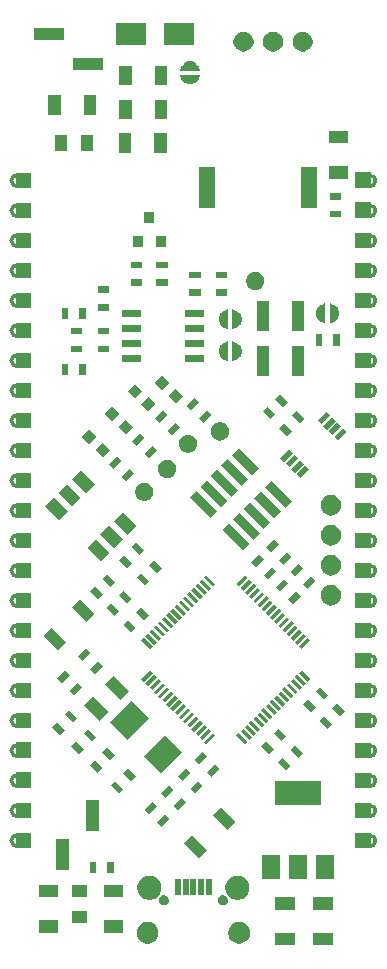
<source format=gbr>
G04 #@! TF.GenerationSoftware,KiCad,Pcbnew,(5.1.4)-1*
G04 #@! TF.CreationDate,2019-10-13T19:11:14-02:30*
G04 #@! TF.ProjectId,GeneralMCU,47656e65-7261-46c4-9d43-552e6b696361,rev?*
G04 #@! TF.SameCoordinates,Original*
G04 #@! TF.FileFunction,Soldermask,Top*
G04 #@! TF.FilePolarity,Negative*
%FSLAX46Y46*%
G04 Gerber Fmt 4.6, Leading zero omitted, Abs format (unit mm)*
G04 Created by KiCad (PCBNEW (5.1.4)-1) date 2019-10-13 19:11:14*
%MOMM*%
%LPD*%
G04 APERTURE LIST*
%ADD10C,0.370000*%
%ADD11C,0.100000*%
G04 APERTURE END LIST*
D10*
X50550657Y-84520000D02*
G75*
G03X50550657Y-84520000I-475657J0D01*
G01*
X50550657Y-87060000D02*
G75*
G03X50550657Y-87060000I-475657J0D01*
G01*
X80425657Y-84520000D02*
G75*
G03X80425657Y-84520000I-475657J0D01*
G01*
X80425657Y-87060000D02*
G75*
G03X80425657Y-87060000I-475657J0D01*
G01*
X80425657Y-140400000D02*
G75*
G03X80425657Y-140400000I-475657J0D01*
G01*
X50550657Y-140400000D02*
G75*
G03X50550657Y-140400000I-475657J0D01*
G01*
X80425657Y-137860000D02*
G75*
G03X80425657Y-137860000I-475657J0D01*
G01*
X50550657Y-137860000D02*
G75*
G03X50550657Y-137860000I-475657J0D01*
G01*
X80425657Y-135320000D02*
G75*
G03X80425657Y-135320000I-475657J0D01*
G01*
X50550657Y-135320000D02*
G75*
G03X50550657Y-135320000I-475657J0D01*
G01*
X80425657Y-132780000D02*
G75*
G03X80425657Y-132780000I-475657J0D01*
G01*
X50550657Y-132780000D02*
G75*
G03X50550657Y-132780000I-475657J0D01*
G01*
X80425657Y-130240000D02*
G75*
G03X80425657Y-130240000I-475657J0D01*
G01*
X50550657Y-130240000D02*
G75*
G03X50550657Y-130240000I-475657J0D01*
G01*
X80425657Y-127700000D02*
G75*
G03X80425657Y-127700000I-475657J0D01*
G01*
X50550657Y-127700000D02*
G75*
G03X50550657Y-127700000I-475657J0D01*
G01*
X80425657Y-125160000D02*
G75*
G03X80425657Y-125160000I-475657J0D01*
G01*
X50550657Y-125160000D02*
G75*
G03X50550657Y-125160000I-475657J0D01*
G01*
X80425657Y-122620000D02*
G75*
G03X80425657Y-122620000I-475657J0D01*
G01*
X50550657Y-122620000D02*
G75*
G03X50550657Y-122620000I-475657J0D01*
G01*
X80425657Y-120080000D02*
G75*
G03X80425657Y-120080000I-475657J0D01*
G01*
X50550657Y-120080000D02*
G75*
G03X50550657Y-120080000I-475657J0D01*
G01*
X80425657Y-117540000D02*
G75*
G03X80425657Y-117540000I-475657J0D01*
G01*
X50550657Y-117540000D02*
G75*
G03X50550657Y-117540000I-475657J0D01*
G01*
X80425657Y-115000000D02*
G75*
G03X80425657Y-115000000I-475657J0D01*
G01*
X50550657Y-115000000D02*
G75*
G03X50550657Y-115000000I-475657J0D01*
G01*
X80425657Y-112460000D02*
G75*
G03X80425657Y-112460000I-475657J0D01*
G01*
X50550657Y-112460000D02*
G75*
G03X50550657Y-112460000I-475657J0D01*
G01*
X80425657Y-109920000D02*
G75*
G03X80425657Y-109920000I-475657J0D01*
G01*
X50550657Y-109920000D02*
G75*
G03X50550657Y-109920000I-475657J0D01*
G01*
X80425657Y-107380000D02*
G75*
G03X80425657Y-107380000I-475657J0D01*
G01*
X50550657Y-107380000D02*
G75*
G03X50550657Y-107380000I-475657J0D01*
G01*
X80425657Y-104840000D02*
G75*
G03X80425657Y-104840000I-475657J0D01*
G01*
X50550657Y-104840000D02*
G75*
G03X50550657Y-104840000I-475657J0D01*
G01*
X80425657Y-102300000D02*
G75*
G03X80425657Y-102300000I-475657J0D01*
G01*
X50550657Y-102300000D02*
G75*
G03X50550657Y-102300000I-475657J0D01*
G01*
X80425657Y-99760000D02*
G75*
G03X80425657Y-99760000I-475657J0D01*
G01*
X50550657Y-99760000D02*
G75*
G03X50550657Y-99760000I-475657J0D01*
G01*
X80425657Y-97220000D02*
G75*
G03X80425657Y-97220000I-475657J0D01*
G01*
X50550657Y-97220000D02*
G75*
G03X50550657Y-97220000I-475657J0D01*
G01*
X80425657Y-94680000D02*
G75*
G03X80425657Y-94680000I-475657J0D01*
G01*
X50550657Y-94680000D02*
G75*
G03X50550657Y-94680000I-475657J0D01*
G01*
X80425657Y-92140000D02*
G75*
G03X80425657Y-92140000I-475657J0D01*
G01*
X50550657Y-92140000D02*
G75*
G03X50550657Y-92140000I-475657J0D01*
G01*
X80425657Y-89600000D02*
G75*
G03X80425657Y-89600000I-475657J0D01*
G01*
X50550657Y-89600000D02*
G75*
G03X50550657Y-89600000I-475657J0D01*
G01*
D11*
G36*
X76825400Y-149265400D02*
G01*
X75174600Y-149265400D01*
X75174600Y-148214600D01*
X76825400Y-148214600D01*
X76825400Y-149265400D01*
X76825400Y-149265400D01*
G37*
G36*
X73575400Y-149265400D02*
G01*
X71924600Y-149265400D01*
X71924600Y-148214600D01*
X73575400Y-148214600D01*
X73575400Y-149265400D01*
X73575400Y-149265400D01*
G37*
G36*
X69144929Y-147310162D02*
G01*
X69144931Y-147310163D01*
X69144932Y-147310163D01*
X69313342Y-147379921D01*
X69464903Y-147481191D01*
X69464905Y-147481193D01*
X69464908Y-147481195D01*
X69593805Y-147610092D01*
X69593807Y-147610095D01*
X69593809Y-147610097D01*
X69695079Y-147761658D01*
X69764837Y-147930068D01*
X69800400Y-148108857D01*
X69800400Y-148291143D01*
X69764837Y-148469932D01*
X69695079Y-148638342D01*
X69593809Y-148789903D01*
X69593807Y-148789905D01*
X69593805Y-148789908D01*
X69464908Y-148918805D01*
X69464905Y-148918807D01*
X69464903Y-148918809D01*
X69313342Y-149020079D01*
X69144932Y-149089837D01*
X69144931Y-149089837D01*
X69144929Y-149089838D01*
X68966144Y-149125400D01*
X68783856Y-149125400D01*
X68605071Y-149089838D01*
X68605069Y-149089837D01*
X68605068Y-149089837D01*
X68436658Y-149020079D01*
X68285097Y-148918809D01*
X68285095Y-148918807D01*
X68285092Y-148918805D01*
X68156195Y-148789908D01*
X68156193Y-148789905D01*
X68156191Y-148789903D01*
X68054921Y-148638342D01*
X67985163Y-148469932D01*
X67949600Y-148291143D01*
X67949600Y-148108857D01*
X67985163Y-147930068D01*
X68054921Y-147761658D01*
X68156191Y-147610097D01*
X68156193Y-147610095D01*
X68156195Y-147610092D01*
X68285092Y-147481195D01*
X68285095Y-147481193D01*
X68285097Y-147481191D01*
X68436658Y-147379921D01*
X68605068Y-147310163D01*
X68605069Y-147310163D01*
X68605071Y-147310162D01*
X68783856Y-147274600D01*
X68966144Y-147274600D01*
X69144929Y-147310162D01*
X69144929Y-147310162D01*
G37*
G36*
X61394929Y-147310162D02*
G01*
X61394931Y-147310163D01*
X61394932Y-147310163D01*
X61563342Y-147379921D01*
X61714903Y-147481191D01*
X61714905Y-147481193D01*
X61714908Y-147481195D01*
X61843805Y-147610092D01*
X61843807Y-147610095D01*
X61843809Y-147610097D01*
X61945079Y-147761658D01*
X62014837Y-147930068D01*
X62050400Y-148108857D01*
X62050400Y-148291143D01*
X62014837Y-148469932D01*
X61945079Y-148638342D01*
X61843809Y-148789903D01*
X61843807Y-148789905D01*
X61843805Y-148789908D01*
X61714908Y-148918805D01*
X61714905Y-148918807D01*
X61714903Y-148918809D01*
X61563342Y-149020079D01*
X61394932Y-149089837D01*
X61394931Y-149089837D01*
X61394929Y-149089838D01*
X61216144Y-149125400D01*
X61033856Y-149125400D01*
X60855071Y-149089838D01*
X60855069Y-149089837D01*
X60855068Y-149089837D01*
X60686658Y-149020079D01*
X60535097Y-148918809D01*
X60535095Y-148918807D01*
X60535092Y-148918805D01*
X60406195Y-148789908D01*
X60406193Y-148789905D01*
X60406191Y-148789903D01*
X60304921Y-148638342D01*
X60235163Y-148469932D01*
X60199600Y-148291143D01*
X60199600Y-148108857D01*
X60235163Y-147930068D01*
X60304921Y-147761658D01*
X60406191Y-147610097D01*
X60406193Y-147610095D01*
X60406195Y-147610092D01*
X60535092Y-147481195D01*
X60535095Y-147481193D01*
X60535097Y-147481191D01*
X60686658Y-147379921D01*
X60855068Y-147310163D01*
X60855069Y-147310163D01*
X60855071Y-147310162D01*
X61033856Y-147274600D01*
X61216144Y-147274600D01*
X61394929Y-147310162D01*
X61394929Y-147310162D01*
G37*
G36*
X59085400Y-148210400D02*
G01*
X57434600Y-148210400D01*
X57434600Y-147159600D01*
X59085400Y-147159600D01*
X59085400Y-148210400D01*
X59085400Y-148210400D01*
G37*
G36*
X53585400Y-148210400D02*
G01*
X51934600Y-148210400D01*
X51934600Y-147159600D01*
X53585400Y-147159600D01*
X53585400Y-148210400D01*
X53585400Y-148210400D01*
G37*
G36*
X56035400Y-147385400D02*
G01*
X54734600Y-147385400D01*
X54734600Y-146334600D01*
X56035400Y-146334600D01*
X56035400Y-147385400D01*
X56035400Y-147385400D01*
G37*
G36*
X76825400Y-146265400D02*
G01*
X75174600Y-146265400D01*
X75174600Y-145214600D01*
X76825400Y-145214600D01*
X76825400Y-146265400D01*
X76825400Y-146265400D01*
G37*
G36*
X73575400Y-146265400D02*
G01*
X71924600Y-146265400D01*
X71924600Y-145214600D01*
X73575400Y-145214600D01*
X73575400Y-146265400D01*
X73575400Y-146265400D01*
G37*
G36*
X67562445Y-145028687D02*
G01*
X67624088Y-145040948D01*
X67701504Y-145073015D01*
X67771172Y-145119566D01*
X67830434Y-145178828D01*
X67876985Y-145248496D01*
X67909052Y-145325912D01*
X67925400Y-145408103D01*
X67925400Y-145491897D01*
X67909052Y-145574088D01*
X67876985Y-145651504D01*
X67830434Y-145721172D01*
X67771172Y-145780434D01*
X67701504Y-145826985D01*
X67624088Y-145859052D01*
X67562445Y-145871313D01*
X67541898Y-145875400D01*
X67458102Y-145875400D01*
X67437555Y-145871313D01*
X67375912Y-145859052D01*
X67298496Y-145826985D01*
X67228828Y-145780434D01*
X67169566Y-145721172D01*
X67123015Y-145651504D01*
X67090948Y-145574088D01*
X67074600Y-145491897D01*
X67074600Y-145408103D01*
X67090948Y-145325912D01*
X67123015Y-145248496D01*
X67169566Y-145178828D01*
X67228828Y-145119566D01*
X67298496Y-145073015D01*
X67375912Y-145040948D01*
X67437555Y-145028687D01*
X67458102Y-145024600D01*
X67541898Y-145024600D01*
X67562445Y-145028687D01*
X67562445Y-145028687D01*
G37*
G36*
X62562445Y-145028687D02*
G01*
X62624088Y-145040948D01*
X62701504Y-145073015D01*
X62771172Y-145119566D01*
X62830434Y-145178828D01*
X62876985Y-145248496D01*
X62909052Y-145325912D01*
X62925400Y-145408103D01*
X62925400Y-145491897D01*
X62909052Y-145574088D01*
X62876985Y-145651504D01*
X62830434Y-145721172D01*
X62771172Y-145780434D01*
X62701504Y-145826985D01*
X62624088Y-145859052D01*
X62562445Y-145871313D01*
X62541898Y-145875400D01*
X62458102Y-145875400D01*
X62437555Y-145871313D01*
X62375912Y-145859052D01*
X62298496Y-145826985D01*
X62228828Y-145780434D01*
X62169566Y-145721172D01*
X62123015Y-145651504D01*
X62090948Y-145574088D01*
X62074600Y-145491897D01*
X62074600Y-145408103D01*
X62090948Y-145325912D01*
X62123015Y-145248496D01*
X62169566Y-145178828D01*
X62228828Y-145119566D01*
X62298496Y-145073015D01*
X62375912Y-145040948D01*
X62437555Y-145028687D01*
X62458102Y-145024600D01*
X62541898Y-145024600D01*
X62562445Y-145028687D01*
X62562445Y-145028687D01*
G37*
G36*
X61425519Y-143384451D02*
G01*
X61574101Y-143414006D01*
X61760710Y-143491302D01*
X61928650Y-143603516D01*
X62071484Y-143746350D01*
X62183698Y-143914290D01*
X62260994Y-144100899D01*
X62300400Y-144299008D01*
X62300400Y-144500992D01*
X62260994Y-144699101D01*
X62183698Y-144885710D01*
X62071484Y-145053650D01*
X61928650Y-145196484D01*
X61760710Y-145308698D01*
X61574101Y-145385994D01*
X61425519Y-145415548D01*
X61375993Y-145425400D01*
X61174007Y-145425400D01*
X61124481Y-145415548D01*
X60975899Y-145385994D01*
X60789290Y-145308698D01*
X60621350Y-145196484D01*
X60478516Y-145053650D01*
X60366302Y-144885710D01*
X60289006Y-144699101D01*
X60249600Y-144500992D01*
X60249600Y-144299008D01*
X60289006Y-144100899D01*
X60366302Y-143914290D01*
X60478516Y-143746350D01*
X60621350Y-143603516D01*
X60789290Y-143491302D01*
X60975899Y-143414006D01*
X61124481Y-143384451D01*
X61174007Y-143374600D01*
X61375993Y-143374600D01*
X61425519Y-143384451D01*
X61425519Y-143384451D01*
G37*
G36*
X68875519Y-143384451D02*
G01*
X69024101Y-143414006D01*
X69210710Y-143491302D01*
X69378650Y-143603516D01*
X69521484Y-143746350D01*
X69633698Y-143914290D01*
X69710994Y-144100899D01*
X69750400Y-144299008D01*
X69750400Y-144500992D01*
X69710994Y-144699101D01*
X69633698Y-144885710D01*
X69521484Y-145053650D01*
X69378650Y-145196484D01*
X69210710Y-145308698D01*
X69024101Y-145385994D01*
X68875519Y-145415548D01*
X68825993Y-145425400D01*
X68624007Y-145425400D01*
X68574481Y-145415548D01*
X68425899Y-145385994D01*
X68239290Y-145308698D01*
X68071350Y-145196484D01*
X67928516Y-145053650D01*
X67816302Y-144885710D01*
X67739006Y-144699101D01*
X67699600Y-144500992D01*
X67699600Y-144299008D01*
X67739006Y-144100899D01*
X67816302Y-143914290D01*
X67928516Y-143746350D01*
X68071350Y-143603516D01*
X68239290Y-143491302D01*
X68425899Y-143414006D01*
X68574481Y-143384451D01*
X68624007Y-143374600D01*
X68825993Y-143374600D01*
X68875519Y-143384451D01*
X68875519Y-143384451D01*
G37*
G36*
X59085400Y-145210400D02*
G01*
X57434600Y-145210400D01*
X57434600Y-144159600D01*
X59085400Y-144159600D01*
X59085400Y-145210400D01*
X59085400Y-145210400D01*
G37*
G36*
X53585400Y-145210400D02*
G01*
X51934600Y-145210400D01*
X51934600Y-144159600D01*
X53585400Y-144159600D01*
X53585400Y-145210400D01*
X53585400Y-145210400D01*
G37*
G36*
X56035400Y-145185400D02*
G01*
X54734600Y-145185400D01*
X54734600Y-144134600D01*
X56035400Y-144134600D01*
X56035400Y-145185400D01*
X56035400Y-145185400D01*
G37*
G36*
X64600400Y-145025400D02*
G01*
X64099600Y-145025400D01*
X64099600Y-143674600D01*
X64600400Y-143674600D01*
X64600400Y-145025400D01*
X64600400Y-145025400D01*
G37*
G36*
X66550400Y-145025400D02*
G01*
X66049600Y-145025400D01*
X66049600Y-143674600D01*
X66550400Y-143674600D01*
X66550400Y-145025400D01*
X66550400Y-145025400D01*
G37*
G36*
X65900400Y-145025400D02*
G01*
X65399600Y-145025400D01*
X65399600Y-143674600D01*
X65900400Y-143674600D01*
X65900400Y-145025400D01*
X65900400Y-145025400D01*
G37*
G36*
X63950400Y-145025400D02*
G01*
X63449600Y-145025400D01*
X63449600Y-143674600D01*
X63950400Y-143674600D01*
X63950400Y-145025400D01*
X63950400Y-145025400D01*
G37*
G36*
X65250400Y-145025400D02*
G01*
X64749600Y-145025400D01*
X64749600Y-143674600D01*
X65250400Y-143674600D01*
X65250400Y-145025400D01*
X65250400Y-145025400D01*
G37*
G36*
X72335400Y-143665400D02*
G01*
X70784600Y-143665400D01*
X70784600Y-141614600D01*
X72335400Y-141614600D01*
X72335400Y-143665400D01*
X72335400Y-143665400D01*
G37*
G36*
X76935400Y-143665400D02*
G01*
X75384600Y-143665400D01*
X75384600Y-141614600D01*
X76935400Y-141614600D01*
X76935400Y-143665400D01*
X76935400Y-143665400D01*
G37*
G36*
X74635400Y-143665400D02*
G01*
X73084600Y-143665400D01*
X73084600Y-141614600D01*
X74635400Y-141614600D01*
X74635400Y-143665400D01*
X74635400Y-143665400D01*
G37*
G36*
X58275400Y-143125400D02*
G01*
X57724600Y-143125400D01*
X57724600Y-142174600D01*
X58275400Y-142174600D01*
X58275400Y-143125400D01*
X58275400Y-143125400D01*
G37*
G36*
X56775400Y-143125400D02*
G01*
X56224600Y-143125400D01*
X56224600Y-142174600D01*
X56775400Y-142174600D01*
X56775400Y-143125400D01*
X56775400Y-143125400D01*
G37*
G36*
X54455400Y-142860400D02*
G01*
X53404600Y-142860400D01*
X53404600Y-140299600D01*
X54455400Y-140299600D01*
X54455400Y-142860400D01*
X54455400Y-142860400D01*
G37*
G36*
X66153078Y-141209925D02*
G01*
X65480761Y-141882242D01*
X64242758Y-140644239D01*
X64915075Y-139971922D01*
X66153078Y-141209925D01*
X66153078Y-141209925D01*
G37*
G36*
X80035400Y-141060400D02*
G01*
X78714600Y-141060400D01*
X78714600Y-139739600D01*
X80035400Y-139739600D01*
X80035400Y-141060400D01*
X80035400Y-141060400D01*
G37*
G36*
X51285400Y-141060400D02*
G01*
X49964600Y-141060400D01*
X49964600Y-139739600D01*
X51285400Y-139739600D01*
X51285400Y-141060400D01*
X51285400Y-141060400D01*
G37*
G36*
X56995400Y-139550400D02*
G01*
X55944600Y-139550400D01*
X55944600Y-136989600D01*
X56995400Y-136989600D01*
X56995400Y-139550400D01*
X56995400Y-139550400D01*
G37*
G36*
X68557242Y-138805761D02*
G01*
X67884925Y-139478078D01*
X66646922Y-138240075D01*
X67319239Y-137567758D01*
X68557242Y-138805761D01*
X68557242Y-138805761D01*
G37*
G36*
X62966253Y-138564318D02*
G01*
X62293936Y-139236635D01*
X61904461Y-138847160D01*
X62576778Y-138174843D01*
X62966253Y-138564318D01*
X62966253Y-138564318D01*
G37*
G36*
X51285400Y-138520400D02*
G01*
X49964600Y-138520400D01*
X49964600Y-137199600D01*
X51285400Y-137199600D01*
X51285400Y-138520400D01*
X51285400Y-138520400D01*
G37*
G36*
X80035400Y-138520400D02*
G01*
X78714600Y-138520400D01*
X78714600Y-137199600D01*
X80035400Y-137199600D01*
X80035400Y-138520400D01*
X80035400Y-138520400D01*
G37*
G36*
X61905593Y-137503658D02*
G01*
X61233276Y-138175975D01*
X60843801Y-137786500D01*
X61516118Y-137114183D01*
X61905593Y-137503658D01*
X61905593Y-137503658D01*
G37*
G36*
X64380466Y-137150105D02*
G01*
X63708149Y-137822422D01*
X63318674Y-137432947D01*
X63990991Y-136760630D01*
X64380466Y-137150105D01*
X64380466Y-137150105D01*
G37*
G36*
X75785400Y-137365400D02*
G01*
X71934600Y-137365400D01*
X71934600Y-135314600D01*
X75785400Y-135314600D01*
X75785400Y-137365400D01*
X75785400Y-137365400D01*
G37*
G36*
X63319806Y-136089445D02*
G01*
X62647489Y-136761762D01*
X62258014Y-136372287D01*
X62930331Y-135699970D01*
X63319806Y-136089445D01*
X63319806Y-136089445D01*
G37*
G36*
X65794681Y-135735891D02*
G01*
X65122364Y-136408208D01*
X64732889Y-136018733D01*
X65405206Y-135346416D01*
X65794681Y-135735891D01*
X65794681Y-135735891D01*
G37*
G36*
X59077167Y-136018733D02*
G01*
X58687692Y-136408208D01*
X58015375Y-135735891D01*
X58404850Y-135346416D01*
X59077167Y-136018733D01*
X59077167Y-136018733D01*
G37*
G36*
X80035400Y-135980400D02*
G01*
X78714600Y-135980400D01*
X78714600Y-134659600D01*
X80035400Y-134659600D01*
X80035400Y-135980400D01*
X80035400Y-135980400D01*
G37*
G36*
X51285400Y-135940400D02*
G01*
X49964600Y-135940400D01*
X49964600Y-134619600D01*
X51285400Y-134619600D01*
X51285400Y-135940400D01*
X51285400Y-135940400D01*
G37*
G36*
X60137827Y-134958073D02*
G01*
X59748352Y-135347548D01*
X59076035Y-134675231D01*
X59465510Y-134285756D01*
X60137827Y-134958073D01*
X60137827Y-134958073D01*
G37*
G36*
X64734021Y-134675231D02*
G01*
X64061704Y-135347548D01*
X63672229Y-134958073D01*
X64344546Y-134285756D01*
X64734021Y-134675231D01*
X64734021Y-134675231D01*
G37*
G36*
X67208893Y-134321678D02*
G01*
X66536576Y-134993995D01*
X66147101Y-134604520D01*
X66819418Y-133932203D01*
X67208893Y-134321678D01*
X67208893Y-134321678D01*
G37*
G36*
X64062269Y-132872110D02*
G01*
X62258581Y-134675798D01*
X60808447Y-133225664D01*
X62612135Y-131421976D01*
X64062269Y-132872110D01*
X64062269Y-132872110D01*
G37*
G36*
X57309400Y-134250966D02*
G01*
X56919925Y-134640441D01*
X56247608Y-133968124D01*
X56637083Y-133578649D01*
X57309400Y-134250966D01*
X57309400Y-134250966D01*
G37*
G36*
X73231739Y-134056296D02*
G01*
X72842264Y-134445771D01*
X72169947Y-133773454D01*
X72559422Y-133383979D01*
X73231739Y-134056296D01*
X73231739Y-134056296D01*
G37*
G36*
X66148233Y-133261018D02*
G01*
X65475916Y-133933335D01*
X65086441Y-133543860D01*
X65758758Y-132871543D01*
X66148233Y-133261018D01*
X66148233Y-133261018D01*
G37*
G36*
X58370060Y-133190306D02*
G01*
X57980585Y-133579781D01*
X57308268Y-132907464D01*
X57697743Y-132517989D01*
X58370060Y-133190306D01*
X58370060Y-133190306D01*
G37*
G36*
X80035400Y-133440400D02*
G01*
X78714600Y-133440400D01*
X78714600Y-132119600D01*
X80035400Y-132119600D01*
X80035400Y-133440400D01*
X80035400Y-133440400D01*
G37*
G36*
X51285400Y-133400400D02*
G01*
X49964600Y-133400400D01*
X49964600Y-132079600D01*
X51285400Y-132079600D01*
X51285400Y-133400400D01*
X51285400Y-133400400D01*
G37*
G36*
X74292399Y-132995636D02*
G01*
X73902924Y-133385111D01*
X73230607Y-132712794D01*
X73620082Y-132323319D01*
X74292399Y-132995636D01*
X74292399Y-132995636D01*
G37*
G36*
X55718409Y-132659975D02*
G01*
X55328934Y-133049450D01*
X54656617Y-132377133D01*
X55046092Y-131987658D01*
X55718409Y-132659975D01*
X55718409Y-132659975D01*
G37*
G36*
X71817526Y-132642083D02*
G01*
X71428051Y-133031558D01*
X70755734Y-132359241D01*
X71145209Y-131969766D01*
X71817526Y-132642083D01*
X71817526Y-132642083D01*
G37*
G36*
X66850101Y-131493035D02*
G01*
X66107073Y-132236063D01*
X65894375Y-132023365D01*
X66637403Y-131280337D01*
X66850101Y-131493035D01*
X66850101Y-131493035D01*
G37*
G36*
X69607817Y-132023365D02*
G01*
X69395119Y-132236063D01*
X68652091Y-131493035D01*
X68864789Y-131280337D01*
X69607817Y-132023365D01*
X69607817Y-132023365D01*
G37*
G36*
X56779069Y-131599315D02*
G01*
X56389594Y-131988790D01*
X55717277Y-131316473D01*
X56106752Y-130926998D01*
X56779069Y-131599315D01*
X56779069Y-131599315D01*
G37*
G36*
X72878186Y-131581423D02*
G01*
X72488711Y-131970898D01*
X71816394Y-131298581D01*
X72205869Y-130909106D01*
X72878186Y-131581423D01*
X72878186Y-131581423D01*
G37*
G36*
X69961371Y-131669812D02*
G01*
X69748673Y-131882510D01*
X69005645Y-131139482D01*
X69218343Y-130926784D01*
X69961371Y-131669812D01*
X69961371Y-131669812D01*
G37*
G36*
X66496547Y-131139482D02*
G01*
X65753519Y-131882510D01*
X65540821Y-131669812D01*
X66283849Y-130926784D01*
X66496547Y-131139482D01*
X66496547Y-131139482D01*
G37*
G36*
X61233841Y-130043682D02*
G01*
X59430153Y-131847370D01*
X57980019Y-130397236D01*
X59783707Y-128593548D01*
X61233841Y-130043682D01*
X61233841Y-130043682D01*
G37*
G36*
X70314924Y-131316258D02*
G01*
X70102226Y-131528956D01*
X69359198Y-130785928D01*
X69571896Y-130573230D01*
X70314924Y-131316258D01*
X70314924Y-131316258D01*
G37*
G36*
X66142994Y-130785928D02*
G01*
X65399966Y-131528956D01*
X65187268Y-131316258D01*
X65930296Y-130573230D01*
X66142994Y-130785928D01*
X66142994Y-130785928D01*
G37*
G36*
X54127420Y-131068986D02*
G01*
X53737945Y-131458461D01*
X53065628Y-130786144D01*
X53455103Y-130396669D01*
X54127420Y-131068986D01*
X54127420Y-131068986D01*
G37*
G36*
X70668477Y-130962705D02*
G01*
X70455779Y-131175403D01*
X69712751Y-130432375D01*
X69925449Y-130219677D01*
X70668477Y-130962705D01*
X70668477Y-130962705D01*
G37*
G36*
X65789441Y-130432375D02*
G01*
X65046413Y-131175403D01*
X64833715Y-130962705D01*
X65576743Y-130219677D01*
X65789441Y-130432375D01*
X65789441Y-130432375D01*
G37*
G36*
X76767273Y-130520763D02*
G01*
X76377798Y-130910238D01*
X75705481Y-130237921D01*
X76094956Y-129848446D01*
X76767273Y-130520763D01*
X76767273Y-130520763D01*
G37*
G36*
X51285400Y-130900400D02*
G01*
X49964600Y-130900400D01*
X49964600Y-129579600D01*
X51285400Y-129579600D01*
X51285400Y-130900400D01*
X51285400Y-130900400D01*
G37*
G36*
X80035400Y-130900400D02*
G01*
X78714600Y-130900400D01*
X78714600Y-129579600D01*
X80035400Y-129579600D01*
X80035400Y-130900400D01*
X80035400Y-130900400D01*
G37*
G36*
X71022031Y-130609152D02*
G01*
X70809333Y-130821850D01*
X70066305Y-130078822D01*
X70279003Y-129866124D01*
X71022031Y-130609152D01*
X71022031Y-130609152D01*
G37*
G36*
X65435887Y-130078822D02*
G01*
X64692859Y-130821850D01*
X64480161Y-130609152D01*
X65223189Y-129866124D01*
X65435887Y-130078822D01*
X65435887Y-130078822D01*
G37*
G36*
X65082334Y-129725268D02*
G01*
X64339306Y-130468296D01*
X64126608Y-130255598D01*
X64869636Y-129512570D01*
X65082334Y-129725268D01*
X65082334Y-129725268D01*
G37*
G36*
X71375584Y-130255598D02*
G01*
X71162886Y-130468296D01*
X70419858Y-129725268D01*
X70632556Y-129512570D01*
X71375584Y-130255598D01*
X71375584Y-130255598D01*
G37*
G36*
X55188080Y-130008326D02*
G01*
X54798605Y-130397801D01*
X54126288Y-129725484D01*
X54515763Y-129336009D01*
X55188080Y-130008326D01*
X55188080Y-130008326D01*
G37*
G36*
X57783105Y-129500609D02*
G01*
X57040077Y-130243637D01*
X55731363Y-128934923D01*
X56474391Y-128191895D01*
X57783105Y-129500609D01*
X57783105Y-129500609D01*
G37*
G36*
X64728780Y-129371715D02*
G01*
X63985752Y-130114743D01*
X63773054Y-129902045D01*
X64516082Y-129159017D01*
X64728780Y-129371715D01*
X64728780Y-129371715D01*
G37*
G36*
X71729138Y-129902045D02*
G01*
X71516440Y-130114743D01*
X70773412Y-129371715D01*
X70986110Y-129159017D01*
X71729138Y-129902045D01*
X71729138Y-129902045D01*
G37*
G36*
X77827933Y-129460103D02*
G01*
X77438458Y-129849578D01*
X76766141Y-129177261D01*
X77155616Y-128787786D01*
X77827933Y-129460103D01*
X77827933Y-129460103D01*
G37*
G36*
X64375227Y-129018161D02*
G01*
X63632199Y-129761189D01*
X63419501Y-129548491D01*
X64162529Y-128805463D01*
X64375227Y-129018161D01*
X64375227Y-129018161D01*
G37*
G36*
X72082691Y-129548491D02*
G01*
X71869993Y-129761189D01*
X71126965Y-129018161D01*
X71339663Y-128805463D01*
X72082691Y-129548491D01*
X72082691Y-129548491D01*
G37*
G36*
X75353060Y-129106549D02*
G01*
X74963585Y-129496024D01*
X74291268Y-128823707D01*
X74680743Y-128434232D01*
X75353060Y-129106549D01*
X75353060Y-129106549D01*
G37*
G36*
X72436244Y-129194938D02*
G01*
X72223546Y-129407636D01*
X71480518Y-128664608D01*
X71693216Y-128451910D01*
X72436244Y-129194938D01*
X72436244Y-129194938D01*
G37*
G36*
X64021674Y-128664608D02*
G01*
X63278646Y-129407636D01*
X63065948Y-129194938D01*
X63808976Y-128451910D01*
X64021674Y-128664608D01*
X64021674Y-128664608D01*
G37*
G36*
X72789798Y-128841385D02*
G01*
X72577100Y-129054083D01*
X71834072Y-128311055D01*
X72046770Y-128098357D01*
X72789798Y-128841385D01*
X72789798Y-128841385D01*
G37*
G36*
X63668120Y-128311055D02*
G01*
X62925092Y-129054083D01*
X62712394Y-128841385D01*
X63455422Y-128098357D01*
X63668120Y-128311055D01*
X63668120Y-128311055D01*
G37*
G36*
X73143351Y-128487831D02*
G01*
X72930653Y-128700529D01*
X72187625Y-127957501D01*
X72400323Y-127744803D01*
X73143351Y-128487831D01*
X73143351Y-128487831D01*
G37*
G36*
X63314567Y-127957501D02*
G01*
X62571539Y-128700529D01*
X62358841Y-128487831D01*
X63101869Y-127744803D01*
X63314567Y-127957501D01*
X63314567Y-127957501D01*
G37*
G36*
X59550871Y-127732843D02*
G01*
X58807843Y-128475871D01*
X57499129Y-127167157D01*
X58242157Y-126424129D01*
X59550871Y-127732843D01*
X59550871Y-127732843D01*
G37*
G36*
X76413720Y-128045889D02*
G01*
X76024245Y-128435364D01*
X75351928Y-127763047D01*
X75741403Y-127373572D01*
X76413720Y-128045889D01*
X76413720Y-128045889D01*
G37*
G36*
X51285400Y-128360400D02*
G01*
X49964600Y-128360400D01*
X49964600Y-127039600D01*
X51285400Y-127039600D01*
X51285400Y-128360400D01*
X51285400Y-128360400D01*
G37*
G36*
X80035400Y-128360400D02*
G01*
X78714600Y-128360400D01*
X78714600Y-127039600D01*
X80035400Y-127039600D01*
X80035400Y-128360400D01*
X80035400Y-128360400D01*
G37*
G36*
X62961013Y-127603948D02*
G01*
X62217985Y-128346976D01*
X62005287Y-128134278D01*
X62748315Y-127391250D01*
X62961013Y-127603948D01*
X62961013Y-127603948D01*
G37*
G36*
X73496905Y-128134278D02*
G01*
X73284207Y-128346976D01*
X72541179Y-127603948D01*
X72753877Y-127391250D01*
X73496905Y-128134278D01*
X73496905Y-128134278D01*
G37*
G36*
X55580896Y-127408579D02*
G01*
X54908579Y-128080896D01*
X54519104Y-127691421D01*
X55191421Y-127019104D01*
X55580896Y-127408579D01*
X55580896Y-127408579D01*
G37*
G36*
X62607460Y-127250394D02*
G01*
X61864432Y-127993422D01*
X61651734Y-127780724D01*
X62394762Y-127037696D01*
X62607460Y-127250394D01*
X62607460Y-127250394D01*
G37*
G36*
X73850458Y-127780724D02*
G01*
X73637760Y-127993422D01*
X72894732Y-127250394D01*
X73107430Y-127037696D01*
X73850458Y-127780724D01*
X73850458Y-127780724D01*
G37*
G36*
X62253907Y-126896841D02*
G01*
X61510879Y-127639869D01*
X61298181Y-127427171D01*
X62041209Y-126684143D01*
X62253907Y-126896841D01*
X62253907Y-126896841D01*
G37*
G36*
X74204011Y-127427171D02*
G01*
X73991313Y-127639869D01*
X73248285Y-126896841D01*
X73460983Y-126684143D01*
X74204011Y-127427171D01*
X74204011Y-127427171D01*
G37*
G36*
X74557565Y-127073618D02*
G01*
X74344867Y-127286316D01*
X73601839Y-126543288D01*
X73814537Y-126330590D01*
X74557565Y-127073618D01*
X74557565Y-127073618D01*
G37*
G36*
X61900353Y-126543288D02*
G01*
X61157325Y-127286316D01*
X60944627Y-127073618D01*
X61687655Y-126330590D01*
X61900353Y-126543288D01*
X61900353Y-126543288D01*
G37*
G36*
X54520236Y-126347919D02*
G01*
X53847919Y-127020236D01*
X53458444Y-126630761D01*
X54130761Y-125958444D01*
X54520236Y-126347919D01*
X54520236Y-126347919D01*
G37*
G36*
X61546800Y-126189734D02*
G01*
X60803772Y-126932762D01*
X60591074Y-126720064D01*
X61334102Y-125977036D01*
X61546800Y-126189734D01*
X61546800Y-126189734D01*
G37*
G36*
X74911118Y-126720064D02*
G01*
X74698420Y-126932762D01*
X73955392Y-126189734D01*
X74168090Y-125977036D01*
X74911118Y-126720064D01*
X74911118Y-126720064D01*
G37*
G36*
X57355896Y-125583579D02*
G01*
X56683579Y-126255896D01*
X56294104Y-125866421D01*
X56966421Y-125194104D01*
X57355896Y-125583579D01*
X57355896Y-125583579D01*
G37*
G36*
X51285400Y-125820400D02*
G01*
X49964600Y-125820400D01*
X49964600Y-124499600D01*
X51285400Y-124499600D01*
X51285400Y-125820400D01*
X51285400Y-125820400D01*
G37*
G36*
X80035400Y-125820400D02*
G01*
X78714600Y-125820400D01*
X78714600Y-124499600D01*
X80035400Y-124499600D01*
X80035400Y-125820400D01*
X80035400Y-125820400D01*
G37*
G36*
X56295236Y-124522919D02*
G01*
X55622919Y-125195236D01*
X55233444Y-124805761D01*
X55905761Y-124133444D01*
X56295236Y-124522919D01*
X56295236Y-124522919D01*
G37*
G36*
X54225996Y-123612007D02*
G01*
X53553679Y-124284324D01*
X52315676Y-123046321D01*
X52987993Y-122374004D01*
X54225996Y-123612007D01*
X54225996Y-123612007D01*
G37*
G36*
X74911118Y-123432018D02*
G01*
X74168090Y-124175046D01*
X73955392Y-123962348D01*
X74698420Y-123219320D01*
X74911118Y-123432018D01*
X74911118Y-123432018D01*
G37*
G36*
X61546800Y-123962348D02*
G01*
X61334102Y-124175046D01*
X60591074Y-123432018D01*
X60803772Y-123219320D01*
X61546800Y-123962348D01*
X61546800Y-123962348D01*
G37*
G36*
X74557565Y-123078464D02*
G01*
X73814537Y-123821492D01*
X73601839Y-123608794D01*
X74344867Y-122865766D01*
X74557565Y-123078464D01*
X74557565Y-123078464D01*
G37*
G36*
X61900353Y-123608794D02*
G01*
X61687655Y-123821492D01*
X60944627Y-123078464D01*
X61157325Y-122865766D01*
X61900353Y-123608794D01*
X61900353Y-123608794D01*
G37*
G36*
X74204011Y-122724911D02*
G01*
X73460983Y-123467939D01*
X73248285Y-123255241D01*
X73991313Y-122512213D01*
X74204011Y-122724911D01*
X74204011Y-122724911D01*
G37*
G36*
X62253907Y-123255241D02*
G01*
X62041209Y-123467939D01*
X61298181Y-122724911D01*
X61510879Y-122512213D01*
X62253907Y-123255241D01*
X62253907Y-123255241D01*
G37*
G36*
X80035400Y-123280400D02*
G01*
X78714600Y-123280400D01*
X78714600Y-121959600D01*
X80035400Y-121959600D01*
X80035400Y-123280400D01*
X80035400Y-123280400D01*
G37*
G36*
X51285400Y-123280400D02*
G01*
X49964600Y-123280400D01*
X49964600Y-121959600D01*
X51285400Y-121959600D01*
X51285400Y-123280400D01*
X51285400Y-123280400D01*
G37*
G36*
X73850458Y-122371358D02*
G01*
X73107430Y-123114386D01*
X72894732Y-122901688D01*
X73637760Y-122158660D01*
X73850458Y-122371358D01*
X73850458Y-122371358D01*
G37*
G36*
X62607460Y-122901688D02*
G01*
X62394762Y-123114386D01*
X61651734Y-122371358D01*
X61864432Y-122158660D01*
X62607460Y-122901688D01*
X62607460Y-122901688D01*
G37*
G36*
X60150264Y-122389035D02*
G01*
X59760789Y-122778510D01*
X59088472Y-122106193D01*
X59477947Y-121716718D01*
X60150264Y-122389035D01*
X60150264Y-122389035D01*
G37*
G36*
X73496905Y-122017804D02*
G01*
X72753877Y-122760832D01*
X72541179Y-122548134D01*
X73284207Y-121805106D01*
X73496905Y-122017804D01*
X73496905Y-122017804D01*
G37*
G36*
X62961013Y-122548134D02*
G01*
X62748315Y-122760832D01*
X62005287Y-122017804D01*
X62217985Y-121805106D01*
X62961013Y-122548134D01*
X62961013Y-122548134D01*
G37*
G36*
X73143351Y-121664251D02*
G01*
X72400323Y-122407279D01*
X72187625Y-122194581D01*
X72930653Y-121451553D01*
X73143351Y-121664251D01*
X73143351Y-121664251D01*
G37*
G36*
X63314567Y-122194581D02*
G01*
X63101869Y-122407279D01*
X62358841Y-121664251D01*
X62571539Y-121451553D01*
X63314567Y-122194581D01*
X63314567Y-122194581D01*
G37*
G36*
X72789798Y-121310697D02*
G01*
X72046770Y-122053725D01*
X71834072Y-121841027D01*
X72577100Y-121097999D01*
X72789798Y-121310697D01*
X72789798Y-121310697D01*
G37*
G36*
X63668120Y-121841027D02*
G01*
X63455422Y-122053725D01*
X62712394Y-121310697D01*
X62925092Y-121097999D01*
X63668120Y-121841027D01*
X63668120Y-121841027D01*
G37*
G36*
X56630160Y-121207843D02*
G01*
X55957843Y-121880160D01*
X54719840Y-120642157D01*
X55392157Y-119969840D01*
X56630160Y-121207843D01*
X56630160Y-121207843D01*
G37*
G36*
X61210924Y-121328375D02*
G01*
X60821449Y-121717850D01*
X60149132Y-121045533D01*
X60538607Y-120656058D01*
X61210924Y-121328375D01*
X61210924Y-121328375D01*
G37*
G36*
X72436244Y-120957144D02*
G01*
X71693216Y-121700172D01*
X71480518Y-121487474D01*
X72223546Y-120744446D01*
X72436244Y-120957144D01*
X72436244Y-120957144D01*
G37*
G36*
X64021674Y-121487474D02*
G01*
X63808976Y-121700172D01*
X63065948Y-120957144D01*
X63278646Y-120744446D01*
X64021674Y-121487474D01*
X64021674Y-121487474D01*
G37*
G36*
X58736051Y-120974821D02*
G01*
X58346576Y-121364296D01*
X57674259Y-120691979D01*
X58063734Y-120302504D01*
X58736051Y-120974821D01*
X58736051Y-120974821D01*
G37*
G36*
X72082691Y-120603591D02*
G01*
X71339663Y-121346619D01*
X71126965Y-121133921D01*
X71869993Y-120390893D01*
X72082691Y-120603591D01*
X72082691Y-120603591D01*
G37*
G36*
X64375227Y-121133921D02*
G01*
X64162529Y-121346619D01*
X63419501Y-120603591D01*
X63632199Y-120390893D01*
X64375227Y-121133921D01*
X64375227Y-121133921D01*
G37*
G36*
X64728780Y-120780367D02*
G01*
X64516082Y-120993065D01*
X63773054Y-120250037D01*
X63985752Y-120037339D01*
X64728780Y-120780367D01*
X64728780Y-120780367D01*
G37*
G36*
X71729138Y-120250037D02*
G01*
X70986110Y-120993065D01*
X70773412Y-120780367D01*
X71516440Y-120037339D01*
X71729138Y-120250037D01*
X71729138Y-120250037D01*
G37*
G36*
X51285400Y-120740400D02*
G01*
X49964600Y-120740400D01*
X49964600Y-119419600D01*
X51285400Y-119419600D01*
X51285400Y-120740400D01*
X51285400Y-120740400D01*
G37*
G36*
X80035400Y-120740400D02*
G01*
X78714600Y-120740400D01*
X78714600Y-119419600D01*
X80035400Y-119419600D01*
X80035400Y-120740400D01*
X80035400Y-120740400D01*
G37*
G36*
X65082334Y-120426814D02*
G01*
X64869636Y-120639512D01*
X64126608Y-119896484D01*
X64339306Y-119683786D01*
X65082334Y-120426814D01*
X65082334Y-120426814D01*
G37*
G36*
X71375584Y-119896484D02*
G01*
X70632556Y-120639512D01*
X70419858Y-120426814D01*
X71162886Y-119683786D01*
X71375584Y-119896484D01*
X71375584Y-119896484D01*
G37*
G36*
X76778500Y-118753010D02*
G01*
X76905348Y-118778241D01*
X77064654Y-118844228D01*
X77064655Y-118844229D01*
X77064658Y-118844230D01*
X77208035Y-118940032D01*
X77329968Y-119061965D01*
X77425770Y-119205342D01*
X77425771Y-119205345D01*
X77425772Y-119205346D01*
X77491759Y-119364652D01*
X77525400Y-119533782D01*
X77525400Y-119706218D01*
X77491759Y-119875348D01*
X77425772Y-120034654D01*
X77425770Y-120034658D01*
X77329968Y-120178035D01*
X77208035Y-120299968D01*
X77064658Y-120395770D01*
X77064655Y-120395771D01*
X77064654Y-120395772D01*
X76905348Y-120461759D01*
X76778501Y-120486990D01*
X76736219Y-120495400D01*
X76563781Y-120495400D01*
X76521499Y-120486990D01*
X76394652Y-120461759D01*
X76235346Y-120395772D01*
X76235345Y-120395771D01*
X76235342Y-120395770D01*
X76091965Y-120299968D01*
X75970032Y-120178035D01*
X75874230Y-120034658D01*
X75874228Y-120034654D01*
X75808241Y-119875348D01*
X75774600Y-119706218D01*
X75774600Y-119533782D01*
X75808241Y-119364652D01*
X75874228Y-119205346D01*
X75874229Y-119205345D01*
X75874230Y-119205342D01*
X75970032Y-119061965D01*
X76091965Y-118940032D01*
X76235342Y-118844230D01*
X76235345Y-118844229D01*
X76235346Y-118844228D01*
X76394652Y-118778241D01*
X76521500Y-118753010D01*
X76563781Y-118744600D01*
X76736219Y-118744600D01*
X76778500Y-118753010D01*
X76778500Y-118753010D01*
G37*
G36*
X74091556Y-119669239D02*
G01*
X73419239Y-120341556D01*
X73029764Y-119952081D01*
X73702081Y-119279764D01*
X74091556Y-119669239D01*
X74091556Y-119669239D01*
G37*
G36*
X59796711Y-119914161D02*
G01*
X59407236Y-120303636D01*
X58734919Y-119631319D01*
X59124394Y-119241844D01*
X59796711Y-119914161D01*
X59796711Y-119914161D01*
G37*
G36*
X65435887Y-120073260D02*
G01*
X65223189Y-120285958D01*
X64480161Y-119542930D01*
X64692859Y-119330232D01*
X65435887Y-120073260D01*
X65435887Y-120073260D01*
G37*
G36*
X71022031Y-119542930D02*
G01*
X70279003Y-120285958D01*
X70066305Y-120073260D01*
X70809333Y-119330232D01*
X71022031Y-119542930D01*
X71022031Y-119542930D01*
G37*
G36*
X57321837Y-119560608D02*
G01*
X56932362Y-119950083D01*
X56260045Y-119277766D01*
X56649520Y-118888291D01*
X57321837Y-119560608D01*
X57321837Y-119560608D01*
G37*
G36*
X65789441Y-119719707D02*
G01*
X65576743Y-119932405D01*
X64833715Y-119189377D01*
X65046413Y-118976679D01*
X65789441Y-119719707D01*
X65789441Y-119719707D01*
G37*
G36*
X70668477Y-119189377D02*
G01*
X69925449Y-119932405D01*
X69712751Y-119719707D01*
X70455779Y-118976679D01*
X70668477Y-119189377D01*
X70668477Y-119189377D01*
G37*
G36*
X70314924Y-118835824D02*
G01*
X69571896Y-119578852D01*
X69359198Y-119366154D01*
X70102226Y-118623126D01*
X70314924Y-118835824D01*
X70314924Y-118835824D01*
G37*
G36*
X66142994Y-119366154D02*
G01*
X65930296Y-119578852D01*
X65187268Y-118835824D01*
X65399966Y-118623126D01*
X66142994Y-119366154D01*
X66142994Y-119366154D01*
G37*
G36*
X73030896Y-118608579D02*
G01*
X72358579Y-119280896D01*
X71969104Y-118891421D01*
X72641421Y-118219104D01*
X73030896Y-118608579D01*
X73030896Y-118608579D01*
G37*
G36*
X69961371Y-118482270D02*
G01*
X69218343Y-119225298D01*
X69005645Y-119012600D01*
X69748673Y-118269572D01*
X69961371Y-118482270D01*
X69961371Y-118482270D01*
G37*
G36*
X66496547Y-119012600D02*
G01*
X66283849Y-119225298D01*
X65540821Y-118482270D01*
X65753519Y-118269572D01*
X66496547Y-119012600D01*
X66496547Y-119012600D01*
G37*
G36*
X75341556Y-118419239D02*
G01*
X74669239Y-119091556D01*
X74279764Y-118702081D01*
X74952081Y-118029764D01*
X75341556Y-118419239D01*
X75341556Y-118419239D01*
G37*
G36*
X58382497Y-118499948D02*
G01*
X57993022Y-118889423D01*
X57320705Y-118217106D01*
X57710180Y-117827631D01*
X58382497Y-118499948D01*
X58382497Y-118499948D01*
G37*
G36*
X66850101Y-118659047D02*
G01*
X66637403Y-118871745D01*
X65894375Y-118128717D01*
X66107073Y-117916019D01*
X66850101Y-118659047D01*
X66850101Y-118659047D01*
G37*
G36*
X69607817Y-118128717D02*
G01*
X68864789Y-118871745D01*
X68652091Y-118659047D01*
X69395119Y-117916019D01*
X69607817Y-118128717D01*
X69607817Y-118128717D01*
G37*
G36*
X61280896Y-118391421D02*
G01*
X60891421Y-118780896D01*
X60219104Y-118108579D01*
X60608579Y-117719104D01*
X61280896Y-118391421D01*
X61280896Y-118391421D01*
G37*
G36*
X72030896Y-117608579D02*
G01*
X71358579Y-118280896D01*
X70969104Y-117891421D01*
X71641421Y-117219104D01*
X72030896Y-117608579D01*
X72030896Y-117608579D01*
G37*
G36*
X51285400Y-118200400D02*
G01*
X49964600Y-118200400D01*
X49964600Y-116879600D01*
X51285400Y-116879600D01*
X51285400Y-118200400D01*
X51285400Y-118200400D01*
G37*
G36*
X80035400Y-118200400D02*
G01*
X78714600Y-118200400D01*
X78714600Y-116879600D01*
X80035400Y-116879600D01*
X80035400Y-118200400D01*
X80035400Y-118200400D01*
G37*
G36*
X74280896Y-117358579D02*
G01*
X73608579Y-118030896D01*
X73219104Y-117641421D01*
X73891421Y-116969104D01*
X74280896Y-117358579D01*
X74280896Y-117358579D01*
G37*
G36*
X76778501Y-116213010D02*
G01*
X76905348Y-116238241D01*
X77064654Y-116304228D01*
X77064655Y-116304229D01*
X77064658Y-116304230D01*
X77208035Y-116400032D01*
X77329968Y-116521965D01*
X77425770Y-116665342D01*
X77425771Y-116665345D01*
X77425772Y-116665346D01*
X77491759Y-116824652D01*
X77525400Y-116993782D01*
X77525400Y-117166218D01*
X77491759Y-117335348D01*
X77425772Y-117494654D01*
X77425770Y-117494658D01*
X77329968Y-117638035D01*
X77208035Y-117759968D01*
X77064658Y-117855770D01*
X77064655Y-117855771D01*
X77064654Y-117855772D01*
X76905348Y-117921759D01*
X76778500Y-117946990D01*
X76736219Y-117955400D01*
X76563781Y-117955400D01*
X76521500Y-117946990D01*
X76394652Y-117921759D01*
X76235346Y-117855772D01*
X76235345Y-117855771D01*
X76235342Y-117855770D01*
X76091965Y-117759968D01*
X75970032Y-117638035D01*
X75874230Y-117494658D01*
X75874228Y-117494654D01*
X75808241Y-117335348D01*
X75774600Y-117166218D01*
X75774600Y-116993782D01*
X75808241Y-116824652D01*
X75874228Y-116665346D01*
X75874229Y-116665345D01*
X75874230Y-116665342D01*
X75970032Y-116521965D01*
X76091965Y-116400032D01*
X76235342Y-116304230D01*
X76235345Y-116304229D01*
X76235346Y-116304228D01*
X76394652Y-116238241D01*
X76521499Y-116213010D01*
X76563781Y-116204600D01*
X76736219Y-116204600D01*
X76778501Y-116213010D01*
X76778501Y-116213010D01*
G37*
G36*
X62341556Y-117330761D02*
G01*
X61952081Y-117720236D01*
X61279764Y-117047919D01*
X61669239Y-116658444D01*
X62341556Y-117330761D01*
X62341556Y-117330761D01*
G37*
G36*
X59780896Y-116891421D02*
G01*
X59391421Y-117280896D01*
X58719104Y-116608579D01*
X59108579Y-116219104D01*
X59780896Y-116891421D01*
X59780896Y-116891421D01*
G37*
G36*
X70970236Y-116547919D02*
G01*
X70297919Y-117220236D01*
X69908444Y-116830761D01*
X70580761Y-116158444D01*
X70970236Y-116547919D01*
X70970236Y-116547919D01*
G37*
G36*
X73280896Y-116358579D02*
G01*
X72608579Y-117030896D01*
X72219104Y-116641421D01*
X72891421Y-115969104D01*
X73280896Y-116358579D01*
X73280896Y-116358579D01*
G37*
G36*
X57917921Y-116020332D02*
G01*
X57174893Y-116763360D01*
X56007601Y-115596068D01*
X56750629Y-114853040D01*
X57917921Y-116020332D01*
X57917921Y-116020332D01*
G37*
G36*
X60841556Y-115830761D02*
G01*
X60452081Y-116220236D01*
X59779764Y-115547919D01*
X60169239Y-115158444D01*
X60841556Y-115830761D01*
X60841556Y-115830761D01*
G37*
G36*
X72220236Y-115297919D02*
G01*
X71547919Y-115970236D01*
X71158444Y-115580761D01*
X71830761Y-114908444D01*
X72220236Y-115297919D01*
X72220236Y-115297919D01*
G37*
G36*
X69728886Y-115261808D02*
G01*
X69169706Y-115820988D01*
X67436728Y-114088010D01*
X67995908Y-113528830D01*
X69728886Y-115261808D01*
X69728886Y-115261808D01*
G37*
G36*
X51285400Y-115660400D02*
G01*
X49964600Y-115660400D01*
X49964600Y-114339600D01*
X51285400Y-114339600D01*
X51285400Y-115660400D01*
X51285400Y-115660400D01*
G37*
G36*
X80035400Y-115660400D02*
G01*
X78714600Y-115660400D01*
X78714600Y-114339600D01*
X80035400Y-114339600D01*
X80035400Y-115660400D01*
X80035400Y-115660400D01*
G37*
G36*
X59049292Y-114888961D02*
G01*
X58306264Y-115631989D01*
X57138972Y-114464697D01*
X57882000Y-113721669D01*
X59049292Y-114888961D01*
X59049292Y-114888961D01*
G37*
G36*
X76778501Y-113673010D02*
G01*
X76905348Y-113698241D01*
X77064654Y-113764228D01*
X77064655Y-113764229D01*
X77064658Y-113764230D01*
X77208035Y-113860032D01*
X77329968Y-113981965D01*
X77425770Y-114125342D01*
X77425771Y-114125345D01*
X77425772Y-114125346D01*
X77491759Y-114284652D01*
X77525400Y-114453782D01*
X77525400Y-114626218D01*
X77491759Y-114795348D01*
X77425772Y-114954654D01*
X77425770Y-114954658D01*
X77329968Y-115098035D01*
X77208035Y-115219968D01*
X77064658Y-115315770D01*
X77064655Y-115315771D01*
X77064654Y-115315772D01*
X76905348Y-115381759D01*
X76778500Y-115406990D01*
X76736219Y-115415400D01*
X76563781Y-115415400D01*
X76521500Y-115406990D01*
X76394652Y-115381759D01*
X76235346Y-115315772D01*
X76235345Y-115315771D01*
X76235342Y-115315770D01*
X76091965Y-115219968D01*
X75970032Y-115098035D01*
X75874230Y-114954658D01*
X75874228Y-114954654D01*
X75808241Y-114795348D01*
X75774600Y-114626218D01*
X75774600Y-114453782D01*
X75808241Y-114284652D01*
X75874228Y-114125346D01*
X75874229Y-114125345D01*
X75874230Y-114125342D01*
X75970032Y-113981965D01*
X76091965Y-113860032D01*
X76235342Y-113764230D01*
X76235345Y-113764229D01*
X76235346Y-113764228D01*
X76394652Y-113698241D01*
X76521499Y-113673010D01*
X76563781Y-113664600D01*
X76736219Y-113664600D01*
X76778501Y-113673010D01*
X76778501Y-113673010D01*
G37*
G36*
X70626912Y-114363783D02*
G01*
X70067732Y-114922963D01*
X68334754Y-113189985D01*
X68893934Y-112630805D01*
X70626912Y-114363783D01*
X70626912Y-114363783D01*
G37*
G36*
X60180663Y-113757590D02*
G01*
X59437635Y-114500618D01*
X58270343Y-113333326D01*
X59013371Y-112590298D01*
X60180663Y-113757590D01*
X60180663Y-113757590D01*
G37*
G36*
X71524937Y-113465757D02*
G01*
X70965757Y-114024937D01*
X69232779Y-112291959D01*
X69791959Y-111732779D01*
X71524937Y-113465757D01*
X71524937Y-113465757D01*
G37*
G36*
X54382387Y-112484798D02*
G01*
X53639359Y-113227826D01*
X52472067Y-112060534D01*
X53215095Y-111317506D01*
X54382387Y-112484798D01*
X54382387Y-112484798D01*
G37*
G36*
X72422963Y-112567732D02*
G01*
X71863783Y-113126912D01*
X70130805Y-111393934D01*
X70689985Y-110834754D01*
X72422963Y-112567732D01*
X72422963Y-112567732D01*
G37*
G36*
X51285400Y-113120400D02*
G01*
X49964600Y-113120400D01*
X49964600Y-111799600D01*
X51285400Y-111799600D01*
X51285400Y-113120400D01*
X51285400Y-113120400D01*
G37*
G36*
X80035400Y-113120400D02*
G01*
X78714600Y-113120400D01*
X78714600Y-111799600D01*
X80035400Y-111799600D01*
X80035400Y-113120400D01*
X80035400Y-113120400D01*
G37*
G36*
X66971170Y-112504092D02*
G01*
X66411990Y-113063272D01*
X64679012Y-111330294D01*
X65238192Y-110771114D01*
X66971170Y-112504092D01*
X66971170Y-112504092D01*
G37*
G36*
X76778501Y-111133010D02*
G01*
X76905348Y-111158241D01*
X77064654Y-111224228D01*
X77064655Y-111224229D01*
X77064658Y-111224230D01*
X77208035Y-111320032D01*
X77329968Y-111441965D01*
X77425770Y-111585342D01*
X77425771Y-111585345D01*
X77425772Y-111585346D01*
X77491759Y-111744652D01*
X77525400Y-111913782D01*
X77525400Y-112086218D01*
X77491759Y-112255348D01*
X77425772Y-112414654D01*
X77425770Y-112414658D01*
X77329968Y-112558035D01*
X77208035Y-112679968D01*
X77064658Y-112775770D01*
X77064655Y-112775771D01*
X77064654Y-112775772D01*
X76905348Y-112841759D01*
X76778501Y-112866990D01*
X76736219Y-112875400D01*
X76563781Y-112875400D01*
X76521499Y-112866990D01*
X76394652Y-112841759D01*
X76235346Y-112775772D01*
X76235345Y-112775771D01*
X76235342Y-112775770D01*
X76091965Y-112679968D01*
X75970032Y-112558035D01*
X75874230Y-112414658D01*
X75874228Y-112414654D01*
X75808241Y-112255348D01*
X75774600Y-112086218D01*
X75774600Y-111913782D01*
X75808241Y-111744652D01*
X75874228Y-111585346D01*
X75874229Y-111585345D01*
X75874230Y-111585342D01*
X75970032Y-111441965D01*
X76091965Y-111320032D01*
X76235342Y-111224230D01*
X76235345Y-111224229D01*
X76235346Y-111224228D01*
X76394652Y-111158241D01*
X76521499Y-111133010D01*
X76563781Y-111124600D01*
X76736219Y-111124600D01*
X76778501Y-111133010D01*
X76778501Y-111133010D01*
G37*
G36*
X73320988Y-111669706D02*
G01*
X72761808Y-112228886D01*
X71028830Y-110495908D01*
X71588010Y-109936728D01*
X73320988Y-111669706D01*
X73320988Y-111669706D01*
G37*
G36*
X67869195Y-111606066D02*
G01*
X67310015Y-112165246D01*
X65577037Y-110432268D01*
X66136217Y-109873088D01*
X67869195Y-111606066D01*
X67869195Y-111606066D01*
G37*
G36*
X55513758Y-111353427D02*
G01*
X54770730Y-112096455D01*
X53603438Y-110929163D01*
X54346466Y-110186135D01*
X55513758Y-111353427D01*
X55513758Y-111353427D01*
G37*
G36*
X60965670Y-110090502D02*
G01*
X61078027Y-110112850D01*
X61219138Y-110171301D01*
X61346137Y-110256159D01*
X61454141Y-110364163D01*
X61457503Y-110369195D01*
X61538999Y-110491162D01*
X61597450Y-110632273D01*
X61619799Y-110744631D01*
X61625067Y-110771115D01*
X61627248Y-110782083D01*
X61627248Y-110934821D01*
X61597450Y-111084631D01*
X61566959Y-111158241D01*
X61538999Y-111225742D01*
X61454141Y-111352741D01*
X61346137Y-111460745D01*
X61219138Y-111545603D01*
X61078027Y-111604054D01*
X60965669Y-111626403D01*
X60928218Y-111633852D01*
X60775478Y-111633852D01*
X60738027Y-111626403D01*
X60625669Y-111604054D01*
X60484558Y-111545603D01*
X60357559Y-111460745D01*
X60249555Y-111352741D01*
X60164697Y-111225742D01*
X60136737Y-111158241D01*
X60106246Y-111084631D01*
X60076448Y-110934821D01*
X60076448Y-110782083D01*
X60078630Y-110771115D01*
X60083898Y-110744630D01*
X60106246Y-110632273D01*
X60164697Y-110491162D01*
X60246193Y-110369195D01*
X60249555Y-110364163D01*
X60357559Y-110256159D01*
X60484558Y-110171301D01*
X60625669Y-110112850D01*
X60738026Y-110090502D01*
X60775478Y-110083052D01*
X60928218Y-110083052D01*
X60965670Y-110090502D01*
X60965670Y-110090502D01*
G37*
G36*
X68767221Y-110708041D02*
G01*
X68208041Y-111267221D01*
X66475063Y-109534243D01*
X67034243Y-108975063D01*
X68767221Y-110708041D01*
X68767221Y-110708041D01*
G37*
G36*
X56645129Y-110222056D02*
G01*
X55902101Y-110965084D01*
X54734809Y-109797792D01*
X55477837Y-109054764D01*
X56645129Y-110222056D01*
X56645129Y-110222056D01*
G37*
G36*
X80035400Y-110580400D02*
G01*
X78714600Y-110580400D01*
X78714600Y-109259600D01*
X80035400Y-109259600D01*
X80035400Y-110580400D01*
X80035400Y-110580400D01*
G37*
G36*
X51285400Y-110580400D02*
G01*
X49964600Y-110580400D01*
X49964600Y-109259600D01*
X51285400Y-109259600D01*
X51285400Y-110580400D01*
X51285400Y-110580400D01*
G37*
G36*
X69665246Y-109810015D02*
G01*
X69106066Y-110369195D01*
X67373088Y-108636217D01*
X67932268Y-108077037D01*
X69665246Y-109810015D01*
X69665246Y-109810015D01*
G37*
G36*
X59968530Y-109302818D02*
G01*
X59296213Y-109975135D01*
X58906738Y-109585660D01*
X59579055Y-108913343D01*
X59968530Y-109302818D01*
X59968530Y-109302818D01*
G37*
G36*
X74803386Y-108953196D02*
G01*
X74060358Y-109696224D01*
X73741594Y-109377460D01*
X74484622Y-108634432D01*
X74803386Y-108953196D01*
X74803386Y-108953196D01*
G37*
G36*
X62910214Y-108145959D02*
G01*
X63022571Y-108168307D01*
X63163682Y-108226758D01*
X63290681Y-108311616D01*
X63398685Y-108419620D01*
X63398688Y-108419625D01*
X63483543Y-108546619D01*
X63541994Y-108687730D01*
X63571792Y-108837540D01*
X63571792Y-108990278D01*
X63541994Y-109140088D01*
X63492490Y-109259600D01*
X63483543Y-109281199D01*
X63398685Y-109408198D01*
X63290681Y-109516202D01*
X63186730Y-109585660D01*
X63163682Y-109601060D01*
X63022571Y-109659511D01*
X62910214Y-109681859D01*
X62872762Y-109689309D01*
X62720022Y-109689309D01*
X62682570Y-109681859D01*
X62570213Y-109659511D01*
X62429102Y-109601060D01*
X62406054Y-109585660D01*
X62302103Y-109516202D01*
X62194099Y-109408198D01*
X62109241Y-109281199D01*
X62100294Y-109259600D01*
X62050790Y-109140088D01*
X62020992Y-108990278D01*
X62020992Y-108837540D01*
X62050790Y-108687730D01*
X62109241Y-108546619D01*
X62194096Y-108419625D01*
X62194099Y-108419620D01*
X62302103Y-108311616D01*
X62429102Y-108226758D01*
X62570213Y-108168307D01*
X62682570Y-108145959D01*
X62720022Y-108138509D01*
X62872762Y-108138509D01*
X62910214Y-108145959D01*
X62910214Y-108145959D01*
G37*
G36*
X70563272Y-108911990D02*
G01*
X70004092Y-109471170D01*
X68271114Y-107738192D01*
X68830294Y-107179012D01*
X70563272Y-108911990D01*
X70563272Y-108911990D01*
G37*
G36*
X74343766Y-108493577D02*
G01*
X73600738Y-109236605D01*
X73281974Y-108917841D01*
X74025002Y-108174813D01*
X74343766Y-108493577D01*
X74343766Y-108493577D01*
G37*
G36*
X58907870Y-108242158D02*
G01*
X58235553Y-108914475D01*
X57846078Y-108525000D01*
X58518395Y-107852683D01*
X58907870Y-108242158D01*
X58907870Y-108242158D01*
G37*
G36*
X73884147Y-108033958D02*
G01*
X73141119Y-108776986D01*
X72822355Y-108458222D01*
X73565383Y-107715194D01*
X73884147Y-108033958D01*
X73884147Y-108033958D01*
G37*
G36*
X73424528Y-107574338D02*
G01*
X72681500Y-108317366D01*
X72362736Y-107998602D01*
X73105764Y-107255574D01*
X73424528Y-107574338D01*
X73424528Y-107574338D01*
G37*
G36*
X80035400Y-108040400D02*
G01*
X78714600Y-108040400D01*
X78714600Y-106719600D01*
X80035400Y-106719600D01*
X80035400Y-108040400D01*
X80035400Y-108040400D01*
G37*
G36*
X51285400Y-108040400D02*
G01*
X49964600Y-108040400D01*
X49964600Y-106719600D01*
X51285400Y-106719600D01*
X51285400Y-108040400D01*
X51285400Y-108040400D01*
G37*
G36*
X61913074Y-107358274D02*
G01*
X61240757Y-108030591D01*
X60851282Y-107641116D01*
X61523599Y-106968799D01*
X61913074Y-107358274D01*
X61913074Y-107358274D01*
G37*
G36*
X57917920Y-107322918D02*
G01*
X57316314Y-107924524D01*
X56714708Y-107322918D01*
X57316314Y-106721312D01*
X57917920Y-107322918D01*
X57917920Y-107322918D01*
G37*
G36*
X64677980Y-106024637D02*
G01*
X64790338Y-106046986D01*
X64931449Y-106105437D01*
X65058448Y-106190295D01*
X65166452Y-106298299D01*
X65251310Y-106425298D01*
X65309761Y-106566409D01*
X65339559Y-106716219D01*
X65339559Y-106868957D01*
X65309761Y-107018767D01*
X65251310Y-107159878D01*
X65166452Y-107286877D01*
X65058448Y-107394881D01*
X64931449Y-107479739D01*
X64790338Y-107538190D01*
X64677981Y-107560538D01*
X64640529Y-107567988D01*
X64487789Y-107567988D01*
X64450337Y-107560538D01*
X64337980Y-107538190D01*
X64196869Y-107479739D01*
X64069870Y-107394881D01*
X63961866Y-107286877D01*
X63877008Y-107159878D01*
X63818557Y-107018767D01*
X63788759Y-106868957D01*
X63788759Y-106716219D01*
X63818557Y-106566409D01*
X63877008Y-106425298D01*
X63961866Y-106298299D01*
X64069870Y-106190295D01*
X64196869Y-106105437D01*
X64337980Y-106046986D01*
X64450338Y-106024637D01*
X64487789Y-106017188D01*
X64640529Y-106017188D01*
X64677980Y-106024637D01*
X64677980Y-106024637D01*
G37*
G36*
X60852414Y-106297614D02*
G01*
X60180097Y-106969931D01*
X59790622Y-106580456D01*
X60462939Y-105908139D01*
X60852414Y-106297614D01*
X60852414Y-106297614D01*
G37*
G36*
X56786550Y-106191548D02*
G01*
X56184944Y-106793154D01*
X55583338Y-106191548D01*
X56184944Y-105589942D01*
X56786550Y-106191548D01*
X56786550Y-106191548D01*
G37*
G36*
X67363822Y-104982050D02*
G01*
X67476179Y-105004398D01*
X67617290Y-105062849D01*
X67744289Y-105147707D01*
X67852293Y-105255711D01*
X67889634Y-105311596D01*
X67937151Y-105382710D01*
X67995602Y-105523821D01*
X68025400Y-105673631D01*
X68025400Y-105826369D01*
X67995602Y-105976179D01*
X67950093Y-106086046D01*
X67937151Y-106117290D01*
X67852293Y-106244289D01*
X67744289Y-106352293D01*
X67635029Y-106425298D01*
X67617290Y-106437151D01*
X67476179Y-106495602D01*
X67382461Y-106514243D01*
X67326370Y-106525400D01*
X67173630Y-106525400D01*
X67117539Y-106514243D01*
X67023821Y-106495602D01*
X66882710Y-106437151D01*
X66864971Y-106425298D01*
X66755711Y-106352293D01*
X66647707Y-106244289D01*
X66562849Y-106117290D01*
X66549907Y-106086046D01*
X66504398Y-105976179D01*
X66474600Y-105826369D01*
X66474600Y-105673631D01*
X66504398Y-105523821D01*
X66562849Y-105382710D01*
X66610366Y-105311596D01*
X66647707Y-105255711D01*
X66755711Y-105147707D01*
X66882710Y-105062849D01*
X67023821Y-105004398D01*
X67136178Y-104982050D01*
X67173630Y-104974600D01*
X67326370Y-104974600D01*
X67363822Y-104982050D01*
X67363822Y-104982050D01*
G37*
G36*
X77985366Y-105771216D02*
G01*
X77242338Y-106514244D01*
X76923574Y-106195480D01*
X77666602Y-105452452D01*
X77985366Y-105771216D01*
X77985366Y-105771216D01*
G37*
G36*
X73353818Y-105735860D02*
G01*
X72964343Y-106125335D01*
X72292026Y-105453018D01*
X72681501Y-105063543D01*
X73353818Y-105735860D01*
X73353818Y-105735860D01*
G37*
G36*
X63857618Y-105413730D02*
G01*
X63185301Y-106086047D01*
X62795826Y-105696572D01*
X63468143Y-105024255D01*
X63857618Y-105413730D01*
X63857618Y-105413730D01*
G37*
G36*
X77525747Y-105311596D02*
G01*
X76782719Y-106054624D01*
X76463955Y-105735860D01*
X77206983Y-104992832D01*
X77525747Y-105311596D01*
X77525747Y-105311596D01*
G37*
G36*
X59862463Y-105378374D02*
G01*
X59260857Y-105979980D01*
X58659251Y-105378374D01*
X59260857Y-104776768D01*
X59862463Y-105378374D01*
X59862463Y-105378374D01*
G37*
G36*
X77066128Y-104851977D02*
G01*
X76323100Y-105595005D01*
X76004336Y-105276241D01*
X76747364Y-104533213D01*
X77066128Y-104851977D01*
X77066128Y-104851977D01*
G37*
G36*
X80035400Y-105500400D02*
G01*
X78714600Y-105500400D01*
X78714600Y-104179600D01*
X80035400Y-104179600D01*
X80035400Y-105500400D01*
X80035400Y-105500400D01*
G37*
G36*
X51285400Y-105500400D02*
G01*
X49964600Y-105500400D01*
X49964600Y-104179600D01*
X51285400Y-104179600D01*
X51285400Y-105500400D01*
X51285400Y-105500400D01*
G37*
G36*
X76606508Y-104392358D02*
G01*
X75863480Y-105135386D01*
X75544716Y-104816622D01*
X76287744Y-104073594D01*
X76606508Y-104392358D01*
X76606508Y-104392358D01*
G37*
G36*
X74414478Y-104675200D02*
G01*
X74025003Y-105064675D01*
X73352686Y-104392358D01*
X73742161Y-104002883D01*
X74414478Y-104675200D01*
X74414478Y-104675200D01*
G37*
G36*
X66530896Y-104358579D02*
G01*
X65858579Y-105030896D01*
X65469104Y-104641421D01*
X66141421Y-103969104D01*
X66530896Y-104358579D01*
X66530896Y-104358579D01*
G37*
G36*
X62796958Y-104353070D02*
G01*
X62124641Y-105025387D01*
X61735166Y-104635912D01*
X62407483Y-103963595D01*
X62796958Y-104353070D01*
X62796958Y-104353070D01*
G37*
G36*
X58731093Y-104247004D02*
G01*
X58129487Y-104848610D01*
X57527881Y-104247004D01*
X58129487Y-103645398D01*
X58731093Y-104247004D01*
X58731093Y-104247004D01*
G37*
G36*
X71939604Y-104321645D02*
G01*
X71550129Y-104711120D01*
X70877812Y-104038803D01*
X71267287Y-103649328D01*
X71939604Y-104321645D01*
X71939604Y-104321645D01*
G37*
G36*
X61807007Y-103433831D02*
G01*
X61205401Y-104035437D01*
X60603795Y-103433831D01*
X61205401Y-102832225D01*
X61807007Y-103433831D01*
X61807007Y-103433831D01*
G37*
G36*
X65470236Y-103297919D02*
G01*
X64797919Y-103970236D01*
X64408444Y-103580761D01*
X65080761Y-102908444D01*
X65470236Y-103297919D01*
X65470236Y-103297919D01*
G37*
G36*
X73000264Y-103260985D02*
G01*
X72610789Y-103650460D01*
X71938472Y-102978143D01*
X72327947Y-102588668D01*
X73000264Y-103260985D01*
X73000264Y-103260985D01*
G37*
G36*
X64101606Y-102750000D02*
G01*
X63500000Y-103351606D01*
X62898394Y-102750000D01*
X63500000Y-102148394D01*
X64101606Y-102750000D01*
X64101606Y-102750000D01*
G37*
G36*
X80035400Y-102960400D02*
G01*
X78714600Y-102960400D01*
X78714600Y-101639600D01*
X80035400Y-101639600D01*
X80035400Y-102960400D01*
X80035400Y-102960400D01*
G37*
G36*
X51285400Y-102960400D02*
G01*
X49964600Y-102960400D01*
X49964600Y-101639600D01*
X51285400Y-101639600D01*
X51285400Y-102960400D01*
X51285400Y-102960400D01*
G37*
G36*
X60675637Y-102302461D02*
G01*
X60074031Y-102904067D01*
X59472425Y-102302461D01*
X60074031Y-101700855D01*
X60675637Y-102302461D01*
X60675637Y-102302461D01*
G37*
G36*
X62970236Y-101618630D02*
G01*
X62368630Y-102220236D01*
X61767024Y-101618630D01*
X62368630Y-101017024D01*
X62970236Y-101618630D01*
X62970236Y-101618630D01*
G37*
G36*
X74410400Y-101035400D02*
G01*
X73359600Y-101035400D01*
X73359600Y-98484600D01*
X74410400Y-98484600D01*
X74410400Y-101035400D01*
X74410400Y-101035400D01*
G37*
G36*
X71410400Y-101035400D02*
G01*
X70359600Y-101035400D01*
X70359600Y-98484600D01*
X71410400Y-98484600D01*
X71410400Y-101035400D01*
X71410400Y-101035400D01*
G37*
G36*
X54410400Y-100985400D02*
G01*
X53859600Y-100985400D01*
X53859600Y-100034600D01*
X54410400Y-100034600D01*
X54410400Y-100985400D01*
X54410400Y-100985400D01*
G37*
G36*
X55910400Y-100985400D02*
G01*
X55359600Y-100985400D01*
X55359600Y-100034600D01*
X55910400Y-100034600D01*
X55910400Y-100985400D01*
X55910400Y-100985400D01*
G37*
G36*
X80035400Y-100420400D02*
G01*
X78714600Y-100420400D01*
X78714600Y-99099600D01*
X80035400Y-99099600D01*
X80035400Y-100420400D01*
X80035400Y-100420400D01*
G37*
G36*
X51285400Y-100420400D02*
G01*
X49964600Y-100420400D01*
X49964600Y-99099600D01*
X51285400Y-99099600D01*
X51285400Y-100420400D01*
X51285400Y-100420400D01*
G37*
G36*
X60535400Y-99895400D02*
G01*
X58934600Y-99895400D01*
X58934600Y-99244600D01*
X60535400Y-99244600D01*
X60535400Y-99895400D01*
X60535400Y-99895400D01*
G37*
G36*
X65935400Y-99895400D02*
G01*
X64334600Y-99895400D01*
X64334600Y-99244600D01*
X65935400Y-99244600D01*
X65935400Y-99895400D01*
X65935400Y-99895400D01*
G37*
G36*
X68619403Y-98233083D02*
G01*
X68628205Y-98236384D01*
X68640233Y-98239591D01*
X68652655Y-98240390D01*
X68664995Y-98238751D01*
X68676777Y-98234735D01*
X68679545Y-98233132D01*
X68705827Y-98259414D01*
X68715450Y-98267310D01*
X68722666Y-98271011D01*
X68726702Y-98278562D01*
X68734593Y-98288179D01*
X68905606Y-98459192D01*
X68915223Y-98467083D01*
X68926201Y-98472951D01*
X68938113Y-98476565D01*
X68950501Y-98477785D01*
X68962889Y-98476565D01*
X68974801Y-98472951D01*
X68982359Y-98468911D01*
X69011135Y-98555240D01*
X69016210Y-98566607D01*
X69016769Y-98567339D01*
X69017220Y-98571921D01*
X69019259Y-98579613D01*
X69116000Y-98869836D01*
X69116000Y-99070164D01*
X69019259Y-99360387D01*
X69016499Y-99372525D01*
X69016407Y-99373994D01*
X69011135Y-99384761D01*
X68982359Y-99471089D01*
X68974801Y-99467049D01*
X68962889Y-99463435D01*
X68950501Y-99462215D01*
X68938113Y-99463435D01*
X68926201Y-99467049D01*
X68915223Y-99472917D01*
X68905606Y-99480808D01*
X68734593Y-99651821D01*
X68726702Y-99661438D01*
X68722755Y-99668822D01*
X68717261Y-99671523D01*
X68705827Y-99680586D01*
X68679496Y-99706917D01*
X68674801Y-99704407D01*
X68662889Y-99700793D01*
X68650501Y-99699573D01*
X68638113Y-99700793D01*
X68628206Y-99703616D01*
X68314000Y-99821443D01*
X68314000Y-98118557D01*
X68619403Y-98233083D01*
X68619403Y-98233083D01*
G37*
G36*
X67936000Y-99821443D02*
G01*
X67621794Y-99703616D01*
X67609767Y-99700409D01*
X67597345Y-99699610D01*
X67585005Y-99701249D01*
X67573223Y-99705265D01*
X67570455Y-99706868D01*
X67544173Y-99680586D01*
X67534550Y-99672690D01*
X67527334Y-99668989D01*
X67523298Y-99661438D01*
X67515407Y-99651821D01*
X67344394Y-99480808D01*
X67334777Y-99472917D01*
X67323799Y-99467049D01*
X67311887Y-99463435D01*
X67299499Y-99462215D01*
X67287111Y-99463435D01*
X67275199Y-99467049D01*
X67267642Y-99471089D01*
X67238866Y-99384761D01*
X67233792Y-99373394D01*
X67233231Y-99372659D01*
X67232780Y-99368079D01*
X67230741Y-99360387D01*
X67134000Y-99070164D01*
X67134000Y-98869836D01*
X67230741Y-98579613D01*
X67233501Y-98567475D01*
X67233593Y-98566006D01*
X67238866Y-98555240D01*
X67267642Y-98468912D01*
X67275199Y-98472951D01*
X67287111Y-98476565D01*
X67299499Y-98477785D01*
X67311887Y-98476565D01*
X67323799Y-98472951D01*
X67334777Y-98467083D01*
X67344394Y-98459192D01*
X67515407Y-98288179D01*
X67523298Y-98278562D01*
X67527245Y-98271178D01*
X67532739Y-98268477D01*
X67544173Y-98259414D01*
X67570504Y-98233083D01*
X67575199Y-98235593D01*
X67587111Y-98239207D01*
X67599499Y-98240427D01*
X67611887Y-98239207D01*
X67621795Y-98236384D01*
X67630598Y-98233083D01*
X67936000Y-98118557D01*
X67936000Y-99821443D01*
X67936000Y-99821443D01*
G37*
G36*
X55610400Y-99035400D02*
G01*
X54659600Y-99035400D01*
X54659600Y-98484600D01*
X55610400Y-98484600D01*
X55610400Y-99035400D01*
X55610400Y-99035400D01*
G37*
G36*
X57860400Y-99035400D02*
G01*
X56909600Y-99035400D01*
X56909600Y-98484600D01*
X57860400Y-98484600D01*
X57860400Y-99035400D01*
X57860400Y-99035400D01*
G37*
G36*
X65935400Y-98625400D02*
G01*
X64334600Y-98625400D01*
X64334600Y-97974600D01*
X65935400Y-97974600D01*
X65935400Y-98625400D01*
X65935400Y-98625400D01*
G37*
G36*
X60535400Y-98625400D02*
G01*
X58934600Y-98625400D01*
X58934600Y-97974600D01*
X60535400Y-97974600D01*
X60535400Y-98625400D01*
X60535400Y-98625400D01*
G37*
G36*
X75910400Y-98485400D02*
G01*
X75359600Y-98485400D01*
X75359600Y-97534600D01*
X75910400Y-97534600D01*
X75910400Y-98485400D01*
X75910400Y-98485400D01*
G37*
G36*
X77410400Y-98485400D02*
G01*
X76859600Y-98485400D01*
X76859600Y-97534600D01*
X77410400Y-97534600D01*
X77410400Y-98485400D01*
X77410400Y-98485400D01*
G37*
G36*
X51285400Y-97880400D02*
G01*
X49964600Y-97880400D01*
X49964600Y-96559600D01*
X51285400Y-96559600D01*
X51285400Y-97880400D01*
X51285400Y-97880400D01*
G37*
G36*
X80035400Y-97880400D02*
G01*
X78714600Y-97880400D01*
X78714600Y-96559600D01*
X80035400Y-96559600D01*
X80035400Y-97880400D01*
X80035400Y-97880400D01*
G37*
G36*
X55610400Y-97535400D02*
G01*
X54659600Y-97535400D01*
X54659600Y-96984600D01*
X55610400Y-96984600D01*
X55610400Y-97535400D01*
X55610400Y-97535400D01*
G37*
G36*
X57860400Y-97535400D02*
G01*
X56909600Y-97535400D01*
X56909600Y-96984600D01*
X57860400Y-96984600D01*
X57860400Y-97535400D01*
X57860400Y-97535400D01*
G37*
G36*
X60535400Y-97355400D02*
G01*
X58934600Y-97355400D01*
X58934600Y-96704600D01*
X60535400Y-96704600D01*
X60535400Y-97355400D01*
X60535400Y-97355400D01*
G37*
G36*
X65935400Y-97355400D02*
G01*
X64334600Y-97355400D01*
X64334600Y-96704600D01*
X65935400Y-96704600D01*
X65935400Y-97355400D01*
X65935400Y-97355400D01*
G37*
G36*
X71410400Y-97285400D02*
G01*
X70359600Y-97285400D01*
X70359600Y-94734600D01*
X71410400Y-94734600D01*
X71410400Y-97285400D01*
X71410400Y-97285400D01*
G37*
G36*
X74410400Y-97285400D02*
G01*
X73359600Y-97285400D01*
X73359600Y-94734600D01*
X74410400Y-94734600D01*
X74410400Y-97285400D01*
X74410400Y-97285400D01*
G37*
G36*
X68619403Y-95523083D02*
G01*
X68628205Y-95526384D01*
X68640233Y-95529591D01*
X68652655Y-95530390D01*
X68664995Y-95528751D01*
X68676777Y-95524735D01*
X68679545Y-95523132D01*
X68705827Y-95549414D01*
X68715450Y-95557310D01*
X68722666Y-95561011D01*
X68726702Y-95568562D01*
X68734593Y-95578179D01*
X68905606Y-95749192D01*
X68915223Y-95757083D01*
X68926201Y-95762951D01*
X68938113Y-95766565D01*
X68950501Y-95767785D01*
X68962889Y-95766565D01*
X68974801Y-95762951D01*
X68982359Y-95758911D01*
X69011135Y-95845240D01*
X69016210Y-95856607D01*
X69016769Y-95857339D01*
X69017220Y-95861921D01*
X69019259Y-95869613D01*
X69116000Y-96159836D01*
X69116000Y-96360164D01*
X69019259Y-96650387D01*
X69016499Y-96662525D01*
X69016407Y-96663996D01*
X69011135Y-96674760D01*
X68982359Y-96761089D01*
X68974801Y-96757049D01*
X68962889Y-96753435D01*
X68950501Y-96752215D01*
X68938113Y-96753435D01*
X68926201Y-96757049D01*
X68915223Y-96762917D01*
X68905606Y-96770808D01*
X68734593Y-96941821D01*
X68726702Y-96951438D01*
X68722755Y-96958822D01*
X68717261Y-96961523D01*
X68705827Y-96970586D01*
X68679496Y-96996917D01*
X68674801Y-96994407D01*
X68662889Y-96990793D01*
X68650501Y-96989573D01*
X68638113Y-96990793D01*
X68628206Y-96993616D01*
X68314000Y-97111443D01*
X68314000Y-95408557D01*
X68619403Y-95523083D01*
X68619403Y-95523083D01*
G37*
G36*
X67936000Y-97111443D02*
G01*
X67621794Y-96993616D01*
X67609767Y-96990409D01*
X67597345Y-96989610D01*
X67585005Y-96991249D01*
X67573223Y-96995265D01*
X67570455Y-96996868D01*
X67544173Y-96970586D01*
X67534550Y-96962690D01*
X67527334Y-96958989D01*
X67523298Y-96951438D01*
X67515407Y-96941821D01*
X67344394Y-96770808D01*
X67334777Y-96762917D01*
X67323799Y-96757049D01*
X67311887Y-96753435D01*
X67299499Y-96752215D01*
X67287111Y-96753435D01*
X67275199Y-96757049D01*
X67267642Y-96761088D01*
X67238866Y-96674760D01*
X67233792Y-96663393D01*
X67233231Y-96662658D01*
X67232780Y-96658079D01*
X67230741Y-96650387D01*
X67134000Y-96360164D01*
X67134000Y-96159836D01*
X67230741Y-95869613D01*
X67233501Y-95857475D01*
X67233593Y-95856006D01*
X67238866Y-95845240D01*
X67267642Y-95758912D01*
X67275199Y-95762951D01*
X67287111Y-95766565D01*
X67299499Y-95767785D01*
X67311887Y-95766565D01*
X67323799Y-95762951D01*
X67334777Y-95757083D01*
X67344394Y-95749192D01*
X67515407Y-95578179D01*
X67523298Y-95568562D01*
X67527245Y-95561178D01*
X67532739Y-95558477D01*
X67544173Y-95549414D01*
X67570504Y-95523083D01*
X67575199Y-95525593D01*
X67587111Y-95529207D01*
X67599499Y-95530427D01*
X67611887Y-95529207D01*
X67621795Y-95526384D01*
X67630598Y-95523083D01*
X67936000Y-95408557D01*
X67936000Y-97111443D01*
X67936000Y-97111443D01*
G37*
G36*
X76869403Y-95023083D02*
G01*
X76878205Y-95026384D01*
X76890233Y-95029591D01*
X76902655Y-95030390D01*
X76914995Y-95028751D01*
X76926777Y-95024735D01*
X76929545Y-95023132D01*
X76955827Y-95049414D01*
X76965450Y-95057310D01*
X76972666Y-95061011D01*
X76976702Y-95068562D01*
X76984593Y-95078179D01*
X77155606Y-95249192D01*
X77165223Y-95257083D01*
X77176201Y-95262951D01*
X77188113Y-95266565D01*
X77200501Y-95267785D01*
X77212889Y-95266565D01*
X77224801Y-95262951D01*
X77232359Y-95258911D01*
X77261135Y-95345240D01*
X77266210Y-95356607D01*
X77266769Y-95357339D01*
X77267220Y-95361921D01*
X77269259Y-95369613D01*
X77366000Y-95659836D01*
X77366000Y-95860164D01*
X77269259Y-96150387D01*
X77266499Y-96162525D01*
X77266407Y-96163994D01*
X77261135Y-96174761D01*
X77232359Y-96261089D01*
X77224801Y-96257049D01*
X77212889Y-96253435D01*
X77200501Y-96252215D01*
X77188113Y-96253435D01*
X77176201Y-96257049D01*
X77165223Y-96262917D01*
X77155606Y-96270808D01*
X76984593Y-96441821D01*
X76976702Y-96451438D01*
X76972755Y-96458822D01*
X76967261Y-96461523D01*
X76955827Y-96470586D01*
X76929496Y-96496917D01*
X76924801Y-96494407D01*
X76912889Y-96490793D01*
X76900501Y-96489573D01*
X76888113Y-96490793D01*
X76878206Y-96493616D01*
X76702248Y-96559600D01*
X76564000Y-96611443D01*
X76564000Y-94908557D01*
X76869403Y-95023083D01*
X76869403Y-95023083D01*
G37*
G36*
X76186000Y-96611443D02*
G01*
X76047752Y-96559600D01*
X75871794Y-96493616D01*
X75859767Y-96490409D01*
X75847345Y-96489610D01*
X75835005Y-96491249D01*
X75823223Y-96495265D01*
X75820455Y-96496868D01*
X75794173Y-96470586D01*
X75784550Y-96462690D01*
X75777334Y-96458989D01*
X75773298Y-96451438D01*
X75765407Y-96441821D01*
X75594394Y-96270808D01*
X75584777Y-96262917D01*
X75573799Y-96257049D01*
X75561887Y-96253435D01*
X75549499Y-96252215D01*
X75537111Y-96253435D01*
X75525199Y-96257049D01*
X75517642Y-96261089D01*
X75488866Y-96174761D01*
X75483792Y-96163394D01*
X75483231Y-96162659D01*
X75482780Y-96158079D01*
X75480741Y-96150387D01*
X75384000Y-95860164D01*
X75384000Y-95659836D01*
X75480741Y-95369613D01*
X75483501Y-95357475D01*
X75483593Y-95356006D01*
X75488866Y-95345240D01*
X75517642Y-95258912D01*
X75525199Y-95262951D01*
X75537111Y-95266565D01*
X75549499Y-95267785D01*
X75561887Y-95266565D01*
X75573799Y-95262951D01*
X75584777Y-95257083D01*
X75594394Y-95249192D01*
X75765407Y-95078179D01*
X75773298Y-95068562D01*
X75777245Y-95061178D01*
X75782739Y-95058477D01*
X75794173Y-95049414D01*
X75820504Y-95023083D01*
X75825199Y-95025593D01*
X75837111Y-95029207D01*
X75849499Y-95030427D01*
X75861887Y-95029207D01*
X75871795Y-95026384D01*
X75880598Y-95023083D01*
X76186000Y-94908557D01*
X76186000Y-96611443D01*
X76186000Y-96611443D01*
G37*
G36*
X55910400Y-96235400D02*
G01*
X55359600Y-96235400D01*
X55359600Y-95284600D01*
X55910400Y-95284600D01*
X55910400Y-96235400D01*
X55910400Y-96235400D01*
G37*
G36*
X54410400Y-96235400D02*
G01*
X53859600Y-96235400D01*
X53859600Y-95284600D01*
X54410400Y-95284600D01*
X54410400Y-96235400D01*
X54410400Y-96235400D01*
G37*
G36*
X65935400Y-96085400D02*
G01*
X64334600Y-96085400D01*
X64334600Y-95434600D01*
X65935400Y-95434600D01*
X65935400Y-96085400D01*
X65935400Y-96085400D01*
G37*
G36*
X60535400Y-96085400D02*
G01*
X58934600Y-96085400D01*
X58934600Y-95434600D01*
X60535400Y-95434600D01*
X60535400Y-96085400D01*
X60535400Y-96085400D01*
G37*
G36*
X57860400Y-95535400D02*
G01*
X56909600Y-95535400D01*
X56909600Y-94984600D01*
X57860400Y-94984600D01*
X57860400Y-95535400D01*
X57860400Y-95535400D01*
G37*
G36*
X80035400Y-95340400D02*
G01*
X78714600Y-95340400D01*
X78714600Y-94019600D01*
X80035400Y-94019600D01*
X80035400Y-95340400D01*
X80035400Y-95340400D01*
G37*
G36*
X51285400Y-95340400D02*
G01*
X49964600Y-95340400D01*
X49964600Y-94019600D01*
X51285400Y-94019600D01*
X51285400Y-95340400D01*
X51285400Y-95340400D01*
G37*
G36*
X65610400Y-94285400D02*
G01*
X64659600Y-94285400D01*
X64659600Y-93734600D01*
X65610400Y-93734600D01*
X65610400Y-94285400D01*
X65610400Y-94285400D01*
G37*
G36*
X67860400Y-94285400D02*
G01*
X66909600Y-94285400D01*
X66909600Y-93734600D01*
X67860400Y-93734600D01*
X67860400Y-94285400D01*
X67860400Y-94285400D01*
G37*
G36*
X57860400Y-94035400D02*
G01*
X56909600Y-94035400D01*
X56909600Y-93484600D01*
X57860400Y-93484600D01*
X57860400Y-94035400D01*
X57860400Y-94035400D01*
G37*
G36*
X70363822Y-92232050D02*
G01*
X70476179Y-92254398D01*
X70617290Y-92312849D01*
X70744289Y-92397707D01*
X70852293Y-92505711D01*
X70852296Y-92505716D01*
X70937151Y-92632710D01*
X70995602Y-92773821D01*
X71025400Y-92923631D01*
X71025400Y-93076369D01*
X70995602Y-93226179D01*
X70937151Y-93367290D01*
X70852293Y-93494289D01*
X70744289Y-93602293D01*
X70617290Y-93687151D01*
X70476179Y-93745602D01*
X70363821Y-93767951D01*
X70326370Y-93775400D01*
X70173630Y-93775400D01*
X70136179Y-93767951D01*
X70023821Y-93745602D01*
X69882710Y-93687151D01*
X69755711Y-93602293D01*
X69647707Y-93494289D01*
X69562849Y-93367290D01*
X69504398Y-93226179D01*
X69474600Y-93076369D01*
X69474600Y-92923631D01*
X69504398Y-92773821D01*
X69562849Y-92632710D01*
X69647704Y-92505716D01*
X69647707Y-92505711D01*
X69755711Y-92397707D01*
X69882710Y-92312849D01*
X70023821Y-92254398D01*
X70136178Y-92232050D01*
X70173630Y-92224600D01*
X70326370Y-92224600D01*
X70363822Y-92232050D01*
X70363822Y-92232050D01*
G37*
G36*
X60675400Y-93425400D02*
G01*
X59724600Y-93425400D01*
X59724600Y-92874600D01*
X60675400Y-92874600D01*
X60675400Y-93425400D01*
X60675400Y-93425400D01*
G37*
G36*
X62825400Y-93425400D02*
G01*
X61874600Y-93425400D01*
X61874600Y-92874600D01*
X62825400Y-92874600D01*
X62825400Y-93425400D01*
X62825400Y-93425400D01*
G37*
G36*
X51285400Y-92800400D02*
G01*
X49964600Y-92800400D01*
X49964600Y-91479600D01*
X51285400Y-91479600D01*
X51285400Y-92800400D01*
X51285400Y-92800400D01*
G37*
G36*
X80035400Y-92800400D02*
G01*
X78714600Y-92800400D01*
X78714600Y-91479600D01*
X80035400Y-91479600D01*
X80035400Y-92800400D01*
X80035400Y-92800400D01*
G37*
G36*
X67860400Y-92785400D02*
G01*
X66909600Y-92785400D01*
X66909600Y-92234600D01*
X67860400Y-92234600D01*
X67860400Y-92785400D01*
X67860400Y-92785400D01*
G37*
G36*
X65610400Y-92785400D02*
G01*
X64659600Y-92785400D01*
X64659600Y-92234600D01*
X65610400Y-92234600D01*
X65610400Y-92785400D01*
X65610400Y-92785400D01*
G37*
G36*
X62825400Y-91925400D02*
G01*
X61874600Y-91925400D01*
X61874600Y-91374600D01*
X62825400Y-91374600D01*
X62825400Y-91925400D01*
X62825400Y-91925400D01*
G37*
G36*
X60675400Y-91925400D02*
G01*
X59724600Y-91925400D01*
X59724600Y-91374600D01*
X60675400Y-91374600D01*
X60675400Y-91925400D01*
X60675400Y-91925400D01*
G37*
G36*
X80035400Y-90260400D02*
G01*
X78714600Y-90260400D01*
X78714600Y-88939600D01*
X80035400Y-88939600D01*
X80035400Y-90260400D01*
X80035400Y-90260400D01*
G37*
G36*
X51285400Y-90260400D02*
G01*
X49964600Y-90260400D01*
X49964600Y-88939600D01*
X51285400Y-88939600D01*
X51285400Y-90260400D01*
X51285400Y-90260400D01*
G37*
G36*
X62650400Y-90125400D02*
G01*
X61799600Y-90125400D01*
X61799600Y-89174600D01*
X62650400Y-89174600D01*
X62650400Y-90125400D01*
X62650400Y-90125400D01*
G37*
G36*
X60750400Y-90125400D02*
G01*
X59899600Y-90125400D01*
X59899600Y-89174600D01*
X60750400Y-89174600D01*
X60750400Y-90125400D01*
X60750400Y-90125400D01*
G37*
G36*
X61700400Y-88125400D02*
G01*
X60849600Y-88125400D01*
X60849600Y-87174600D01*
X61700400Y-87174600D01*
X61700400Y-88125400D01*
X61700400Y-88125400D01*
G37*
G36*
X51285400Y-87720400D02*
G01*
X49964600Y-87720400D01*
X49964600Y-86399600D01*
X51285400Y-86399600D01*
X51285400Y-87720400D01*
X51285400Y-87720400D01*
G37*
G36*
X80035400Y-87680400D02*
G01*
X78714600Y-87680400D01*
X78714600Y-86359600D01*
X80035400Y-86359600D01*
X80035400Y-87680400D01*
X80035400Y-87680400D01*
G37*
G36*
X77500400Y-87625400D02*
G01*
X76549600Y-87625400D01*
X76549600Y-87074600D01*
X77500400Y-87074600D01*
X77500400Y-87625400D01*
X77500400Y-87625400D01*
G37*
G36*
X75500400Y-86825400D02*
G01*
X74149600Y-86825400D01*
X74149600Y-83374600D01*
X75500400Y-83374600D01*
X75500400Y-86825400D01*
X75500400Y-86825400D01*
G37*
G36*
X66800400Y-86825400D02*
G01*
X65449600Y-86825400D01*
X65449600Y-83374600D01*
X66800400Y-83374600D01*
X66800400Y-86825400D01*
X66800400Y-86825400D01*
G37*
G36*
X77500400Y-86125400D02*
G01*
X76549600Y-86125400D01*
X76549600Y-85574600D01*
X77500400Y-85574600D01*
X77500400Y-86125400D01*
X77500400Y-86125400D01*
G37*
G36*
X51285400Y-85180400D02*
G01*
X49964600Y-85180400D01*
X49964600Y-83859600D01*
X51285400Y-83859600D01*
X51285400Y-85180400D01*
X51285400Y-85180400D01*
G37*
G36*
X80035400Y-85140400D02*
G01*
X78714600Y-85140400D01*
X78714600Y-83819600D01*
X80035400Y-83819600D01*
X80035400Y-85140400D01*
X80035400Y-85140400D01*
G37*
G36*
X78100400Y-84350400D02*
G01*
X76449600Y-84350400D01*
X76449600Y-83299600D01*
X78100400Y-83299600D01*
X78100400Y-84350400D01*
X78100400Y-84350400D01*
G37*
G36*
X59750400Y-82175400D02*
G01*
X58699600Y-82175400D01*
X58699600Y-80524600D01*
X59750400Y-80524600D01*
X59750400Y-82175400D01*
X59750400Y-82175400D01*
G37*
G36*
X62750400Y-82175400D02*
G01*
X61699600Y-82175400D01*
X61699600Y-80524600D01*
X62750400Y-80524600D01*
X62750400Y-82175400D01*
X62750400Y-82175400D01*
G37*
G36*
X56500400Y-82000400D02*
G01*
X55449600Y-82000400D01*
X55449600Y-80699600D01*
X56500400Y-80699600D01*
X56500400Y-82000400D01*
X56500400Y-82000400D01*
G37*
G36*
X54300400Y-82000400D02*
G01*
X53249600Y-82000400D01*
X53249600Y-80699600D01*
X54300400Y-80699600D01*
X54300400Y-82000400D01*
X54300400Y-82000400D01*
G37*
G36*
X78100400Y-81350400D02*
G01*
X76449600Y-81350400D01*
X76449600Y-80299600D01*
X78100400Y-80299600D01*
X78100400Y-81350400D01*
X78100400Y-81350400D01*
G37*
G36*
X59775400Y-79325400D02*
G01*
X58724600Y-79325400D01*
X58724600Y-77674600D01*
X59775400Y-77674600D01*
X59775400Y-79325400D01*
X59775400Y-79325400D01*
G37*
G36*
X62775400Y-79325400D02*
G01*
X61724600Y-79325400D01*
X61724600Y-77674600D01*
X62775400Y-77674600D01*
X62775400Y-79325400D01*
X62775400Y-79325400D01*
G37*
G36*
X56775400Y-78935400D02*
G01*
X55724600Y-78935400D01*
X55724600Y-77284600D01*
X56775400Y-77284600D01*
X56775400Y-78935400D01*
X56775400Y-78935400D01*
G37*
G36*
X53775400Y-78935400D02*
G01*
X52724600Y-78935400D01*
X52724600Y-77284600D01*
X53775400Y-77284600D01*
X53775400Y-78935400D01*
X53775400Y-78935400D01*
G37*
G36*
X62785400Y-76435400D02*
G01*
X61734600Y-76435400D01*
X61734600Y-74784600D01*
X62785400Y-74784600D01*
X62785400Y-76435400D01*
X62785400Y-76435400D01*
G37*
G36*
X59785400Y-76435400D02*
G01*
X58734600Y-76435400D01*
X58734600Y-74784600D01*
X59785400Y-74784600D01*
X59785400Y-76435400D01*
X59785400Y-76435400D01*
G37*
G36*
X65458616Y-75893205D02*
G01*
X65455409Y-75905233D01*
X65454610Y-75917655D01*
X65456249Y-75929995D01*
X65460265Y-75941777D01*
X65461868Y-75944545D01*
X65435586Y-75970827D01*
X65427690Y-75980450D01*
X65423989Y-75987666D01*
X65416438Y-75991702D01*
X65406821Y-75999593D01*
X65235808Y-76170606D01*
X65227917Y-76180223D01*
X65222049Y-76191201D01*
X65218435Y-76203113D01*
X65217215Y-76215501D01*
X65218435Y-76227889D01*
X65222049Y-76239801D01*
X65226089Y-76247359D01*
X65139761Y-76276135D01*
X65128394Y-76281210D01*
X65127662Y-76281769D01*
X65123079Y-76282220D01*
X65115387Y-76284259D01*
X64825164Y-76381000D01*
X64624836Y-76381000D01*
X64334613Y-76284259D01*
X64322475Y-76281499D01*
X64321004Y-76281407D01*
X64310240Y-76276135D01*
X64223911Y-76247359D01*
X64227951Y-76239801D01*
X64231565Y-76227889D01*
X64232785Y-76215501D01*
X64231565Y-76203113D01*
X64227951Y-76191201D01*
X64222083Y-76180223D01*
X64214192Y-76170606D01*
X64043179Y-75999593D01*
X64033562Y-75991702D01*
X64026178Y-75987755D01*
X64023477Y-75982261D01*
X64014414Y-75970827D01*
X63988083Y-75944496D01*
X63990593Y-75939801D01*
X63994207Y-75927889D01*
X63995427Y-75915501D01*
X63994207Y-75903113D01*
X63991384Y-75893205D01*
X63873557Y-75579000D01*
X65576443Y-75579000D01*
X65458616Y-75893205D01*
X65458616Y-75893205D01*
G37*
G36*
X65115387Y-74495741D02*
G01*
X65127525Y-74498501D01*
X65128995Y-74498593D01*
X65139761Y-74503866D01*
X65226089Y-74532642D01*
X65222049Y-74540199D01*
X65218435Y-74552111D01*
X65217215Y-74564499D01*
X65218435Y-74576887D01*
X65222049Y-74588799D01*
X65227917Y-74599777D01*
X65235808Y-74609394D01*
X65406821Y-74780407D01*
X65416438Y-74788298D01*
X65423822Y-74792245D01*
X65426523Y-74797739D01*
X65435586Y-74809173D01*
X65461917Y-74835504D01*
X65459407Y-74840199D01*
X65455793Y-74852111D01*
X65454573Y-74864499D01*
X65455793Y-74876887D01*
X65458616Y-74886794D01*
X65576443Y-75201000D01*
X63873557Y-75201000D01*
X63991384Y-74886795D01*
X63994591Y-74874767D01*
X63995390Y-74862345D01*
X63993751Y-74850005D01*
X63989735Y-74838223D01*
X63988132Y-74835455D01*
X64014414Y-74809173D01*
X64022310Y-74799550D01*
X64026011Y-74792334D01*
X64033562Y-74788298D01*
X64043179Y-74780407D01*
X64214192Y-74609394D01*
X64222083Y-74599777D01*
X64227951Y-74588799D01*
X64231565Y-74576887D01*
X64232785Y-74564499D01*
X64231565Y-74552111D01*
X64227951Y-74540199D01*
X64223912Y-74532642D01*
X64310240Y-74503866D01*
X64321607Y-74498792D01*
X64322342Y-74498231D01*
X64326921Y-74497780D01*
X64334613Y-74495741D01*
X64624836Y-74399000D01*
X64825164Y-74399000D01*
X65115387Y-74495741D01*
X65115387Y-74495741D01*
G37*
G36*
X57360400Y-75170400D02*
G01*
X54799600Y-75170400D01*
X54799600Y-74119600D01*
X57360400Y-74119600D01*
X57360400Y-75170400D01*
X57360400Y-75170400D01*
G37*
G36*
X69498053Y-71932280D02*
G01*
X69498055Y-71932281D01*
X69498056Y-71932281D01*
X69652817Y-71996385D01*
X69792094Y-72089447D01*
X69792096Y-72089449D01*
X69792099Y-72089451D01*
X69910549Y-72207901D01*
X69910551Y-72207904D01*
X69910553Y-72207906D01*
X70003615Y-72347183D01*
X70067719Y-72501944D01*
X70100400Y-72666244D01*
X70100400Y-72833756D01*
X70067719Y-72998056D01*
X70003615Y-73152817D01*
X69910553Y-73292094D01*
X69910551Y-73292096D01*
X69910549Y-73292099D01*
X69792099Y-73410549D01*
X69792096Y-73410551D01*
X69792094Y-73410553D01*
X69652817Y-73503615D01*
X69498056Y-73567719D01*
X69498055Y-73567719D01*
X69498053Y-73567720D01*
X69333757Y-73600400D01*
X69166243Y-73600400D01*
X69001947Y-73567720D01*
X69001945Y-73567719D01*
X69001944Y-73567719D01*
X68847183Y-73503615D01*
X68707906Y-73410553D01*
X68707904Y-73410551D01*
X68707901Y-73410549D01*
X68589451Y-73292099D01*
X68589449Y-73292096D01*
X68589447Y-73292094D01*
X68496385Y-73152817D01*
X68432281Y-72998056D01*
X68399600Y-72833756D01*
X68399600Y-72666244D01*
X68432281Y-72501944D01*
X68496385Y-72347183D01*
X68589447Y-72207906D01*
X68589449Y-72207904D01*
X68589451Y-72207901D01*
X68707901Y-72089451D01*
X68707904Y-72089449D01*
X68707906Y-72089447D01*
X68847183Y-71996385D01*
X69001944Y-71932281D01*
X69001945Y-71932281D01*
X69001947Y-71932280D01*
X69166243Y-71899600D01*
X69333757Y-71899600D01*
X69498053Y-71932280D01*
X69498053Y-71932280D01*
G37*
G36*
X74498053Y-71932280D02*
G01*
X74498055Y-71932281D01*
X74498056Y-71932281D01*
X74652817Y-71996385D01*
X74792094Y-72089447D01*
X74792096Y-72089449D01*
X74792099Y-72089451D01*
X74910549Y-72207901D01*
X74910551Y-72207904D01*
X74910553Y-72207906D01*
X75003615Y-72347183D01*
X75067719Y-72501944D01*
X75100400Y-72666244D01*
X75100400Y-72833756D01*
X75067719Y-72998056D01*
X75003615Y-73152817D01*
X74910553Y-73292094D01*
X74910551Y-73292096D01*
X74910549Y-73292099D01*
X74792099Y-73410549D01*
X74792096Y-73410551D01*
X74792094Y-73410553D01*
X74652817Y-73503615D01*
X74498056Y-73567719D01*
X74498055Y-73567719D01*
X74498053Y-73567720D01*
X74333757Y-73600400D01*
X74166243Y-73600400D01*
X74001947Y-73567720D01*
X74001945Y-73567719D01*
X74001944Y-73567719D01*
X73847183Y-73503615D01*
X73707906Y-73410553D01*
X73707904Y-73410551D01*
X73707901Y-73410549D01*
X73589451Y-73292099D01*
X73589449Y-73292096D01*
X73589447Y-73292094D01*
X73496385Y-73152817D01*
X73432281Y-72998056D01*
X73399600Y-72833756D01*
X73399600Y-72666244D01*
X73432281Y-72501944D01*
X73496385Y-72347183D01*
X73589447Y-72207906D01*
X73589449Y-72207904D01*
X73589451Y-72207901D01*
X73707901Y-72089451D01*
X73707904Y-72089449D01*
X73707906Y-72089447D01*
X73847183Y-71996385D01*
X74001944Y-71932281D01*
X74001945Y-71932281D01*
X74001947Y-71932280D01*
X74166243Y-71899600D01*
X74333757Y-71899600D01*
X74498053Y-71932280D01*
X74498053Y-71932280D01*
G37*
G36*
X71998053Y-71932280D02*
G01*
X71998055Y-71932281D01*
X71998056Y-71932281D01*
X72152817Y-71996385D01*
X72292094Y-72089447D01*
X72292096Y-72089449D01*
X72292099Y-72089451D01*
X72410549Y-72207901D01*
X72410551Y-72207904D01*
X72410553Y-72207906D01*
X72503615Y-72347183D01*
X72567719Y-72501944D01*
X72600400Y-72666244D01*
X72600400Y-72833756D01*
X72567719Y-72998056D01*
X72503615Y-73152817D01*
X72410553Y-73292094D01*
X72410551Y-73292096D01*
X72410549Y-73292099D01*
X72292099Y-73410549D01*
X72292096Y-73410551D01*
X72292094Y-73410553D01*
X72152817Y-73503615D01*
X71998056Y-73567719D01*
X71998055Y-73567719D01*
X71998053Y-73567720D01*
X71833757Y-73600400D01*
X71666243Y-73600400D01*
X71501947Y-73567720D01*
X71501945Y-73567719D01*
X71501944Y-73567719D01*
X71347183Y-73503615D01*
X71207906Y-73410553D01*
X71207904Y-73410551D01*
X71207901Y-73410549D01*
X71089451Y-73292099D01*
X71089449Y-73292096D01*
X71089447Y-73292094D01*
X70996385Y-73152817D01*
X70932281Y-72998056D01*
X70899600Y-72833756D01*
X70899600Y-72666244D01*
X70932281Y-72501944D01*
X70996385Y-72347183D01*
X71089447Y-72207906D01*
X71089449Y-72207904D01*
X71089451Y-72207901D01*
X71207901Y-72089451D01*
X71207904Y-72089449D01*
X71207906Y-72089447D01*
X71347183Y-71996385D01*
X71501944Y-71932281D01*
X71501945Y-71932281D01*
X71501947Y-71932280D01*
X71666243Y-71899600D01*
X71833757Y-71899600D01*
X71998053Y-71932280D01*
X71998053Y-71932280D01*
G37*
G36*
X61035400Y-73035400D02*
G01*
X58484600Y-73035400D01*
X58484600Y-71184600D01*
X61035400Y-71184600D01*
X61035400Y-73035400D01*
X61035400Y-73035400D01*
G37*
G36*
X65035400Y-73035400D02*
G01*
X62484600Y-73035400D01*
X62484600Y-71184600D01*
X65035400Y-71184600D01*
X65035400Y-73035400D01*
X65035400Y-73035400D01*
G37*
G36*
X54050400Y-72630400D02*
G01*
X51489600Y-72630400D01*
X51489600Y-71579600D01*
X54050400Y-71579600D01*
X54050400Y-72630400D01*
X54050400Y-72630400D01*
G37*
M02*

</source>
